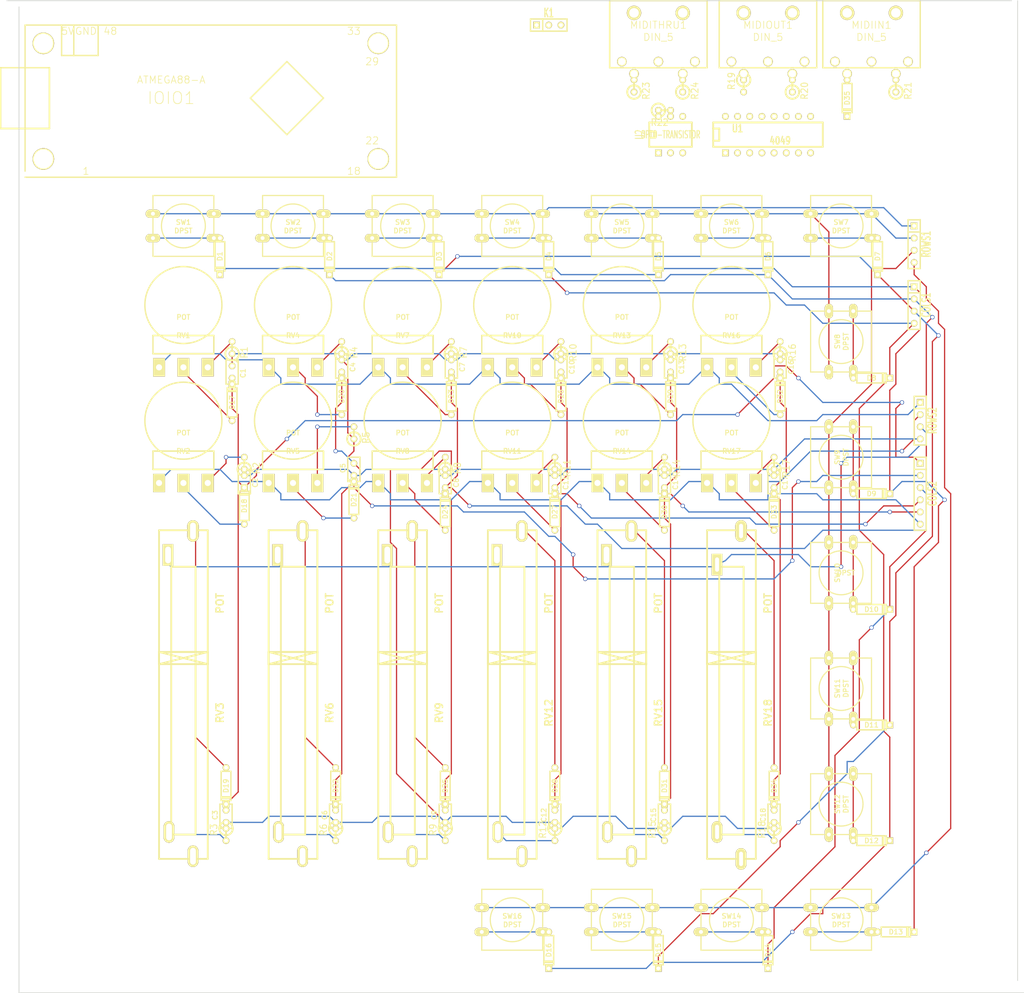
<source format=kicad_pcb>
(kicad_pcb (version 3) (host pcbnew "(2013-mar-25)-stable")
  (layers (15 F.Cu signal) (0 B.Cu signal) (18 B.Paste user) (19 F.Paste user) (20 B.SilkS user) (21 F.SilkS user) (22 B.Mask user) (23 F.Mask user) (28 Edge.Cuts user))
  (net 0 "")
  (net 1 /MIDIIN)
  (net 2 /MIDIOUT)
  (net 3 /a1)
  (net 4 /a2)
  (net 5 /a3)
  (net 6 /a4)
  (net 7 /c1)
  (net 8 /c2)
  (net 9 /c3)
  (net 10 /c4)
  (net 11 /col1)
  (net 12 /col2)
  (net 13 /col3)
  (net 14 /col4)
  (net 15 /col5)
  (net 16 /col6)
  (net 17 /row1)
  (net 18 /row2)
  (net 19 /row3)
  (net 20 GND)
  (net 21 N-0000010)
  (net 22 N-00000100)
  (net 23 N-00000101)
  (net 24 N-00000102)
  (net 25 N-00000103)
  (net 26 N-00000104)
  (net 27 N-00000105)
  (net 28 N-00000106)
  (net 29 N-00000107)
  (net 30 N-00000109)
  (net 31 N-0000011)
  (net 32 N-00000110)
  (net 33 N-00000117)
  (net 34 N-0000012)
  (net 35 N-0000015)
  (net 36 N-0000016)
  (net 37 N-0000017)
  (net 38 N-0000018)
  (net 39 N-0000019)
  (net 40 N-0000020)
  (net 41 N-0000021)
  (net 42 N-0000022)
  (net 43 N-0000023)
  (net 44 N-0000024)
  (net 45 N-0000025)
  (net 46 N-0000026)
  (net 47 N-0000027)
  (net 48 N-0000028)
  (net 49 N-0000029)
  (net 50 N-0000030)
  (net 51 N-0000031)
  (net 52 N-0000032)
  (net 53 N-0000033)
  (net 54 N-0000034)
  (net 55 N-0000035)
  (net 56 N-0000036)
  (net 57 N-0000037)
  (net 58 N-0000038)
  (net 59 N-0000039)
  (net 60 N-0000040)
  (net 61 N-0000041)
  (net 62 N-0000042)
  (net 63 N-0000043)
  (net 64 N-0000044)
  (net 65 N-0000045)
  (net 66 N-0000046)
  (net 67 N-0000050)
  (net 68 N-0000051)
  (net 69 N-0000052)
  (net 70 N-0000053)
  (net 71 N-0000066)
  (net 72 N-000007)
  (net 73 N-000008)
  (net 74 N-000009)
  (net 75 N-0000091)
  (net 76 N-0000092)
  (net 77 N-0000093)
  (net 78 N-0000094)
  (net 79 N-0000095)
  (net 80 N-0000096)
  (net 81 N-0000097)
  (net 82 N-0000098)
  (net 83 N-0000099)
  (net 84 VCC)
  (module SW_PUSH-12mm (layer F.Cu) (at 161.29 138.43 90)
    (fp_text reference SW9 (at 0 -0.762 90) (layer F.SilkS) (effects (font (size 1.016 1.016) (thickness 0.2032))))
    (fp_text value DPST (at 0 1.016 90) (layer F.SilkS) (effects (font (size 1.016 1.016) (thickness 0.2032))))
    (pad 1 thru_hole oval (at 6.35 -2.54 90) (size 3.048 1.7272) (drill 0.8128) (layers *.Cu *.Mask F.SilkS) (net 5 /a3))
    (pad 2 thru_hole oval (at 6.35 2.54 90) (size 3.048 1.7272) (drill 0.8128) (layers *.Cu *.Mask F.SilkS) (net 46 N-0000026))
    (pad 1 thru_hole oval (at -6.35 -2.54 90) (size 3.048 1.7272) (drill 0.8128) (layers *.Cu *.Mask F.SilkS) (net 5 /a3))
    (pad 2 thru_hole oval (at -6.35 2.54 90) (size 3.048 1.7272) (drill 0.8128) (layers *.Cu *.Mask F.SilkS) (net 46 N-0000026))
  )
  (module SW_PUSH-12mm (layer F.Cu) (at 161.29 114.3 90)
    (fp_text reference SW8 (at 0 -0.762 90) (layer F.SilkS) (effects (font (size 1.016 1.016) (thickness 0.2032))))
    (fp_text value DPST (at 0 1.016 90) (layer F.SilkS) (effects (font (size 1.016 1.016) (thickness 0.2032))))
    (pad 1 thru_hole oval (at 6.35 -2.54 90) (size 3.048 1.7272) (drill 0.8128) (layers *.Cu *.Mask F.SilkS) (net 4 /a2))
    (pad 2 thru_hole oval (at 6.35 2.54 90) (size 3.048 1.7272) (drill 0.8128) (layers *.Cu *.Mask F.SilkS) (net 47 N-0000027))
    (pad 1 thru_hole oval (at -6.35 -2.54 90) (size 3.048 1.7272) (drill 0.8128) (layers *.Cu *.Mask F.SilkS) (net 4 /a2))
    (pad 2 thru_hole oval (at -6.35 2.54 90) (size 3.048 1.7272) (drill 0.8128) (layers *.Cu *.Mask F.SilkS) (net 47 N-0000027))
  )
  (module SW_PUSH-12mm (layer F.Cu) (at 24.13 90.17)
    (fp_text reference SW1 (at 0 -0.762) (layer F.SilkS) (effects (font (size 1.016 1.016) (thickness 0.2032))))
    (fp_text value DPST (at 0 1.016) (layer F.SilkS) (effects (font (size 1.016 1.016) (thickness 0.2032))))
    (pad 1 thru_hole oval (at 6.35 -2.54) (size 3.048 1.7272) (drill 0.8128) (layers *.Cu *.Mask F.SilkS) (net 3 /a1))
    (pad 2 thru_hole oval (at 6.35 2.54) (size 3.048 1.7272) (drill 0.8128) (layers *.Cu *.Mask F.SilkS) (net 54 N-0000034))
    (pad 1 thru_hole oval (at -6.35 -2.54) (size 3.048 1.7272) (drill 0.8128) (layers *.Cu *.Mask F.SilkS) (net 3 /a1))
    (pad 2 thru_hole oval (at -6.35 2.54) (size 3.048 1.7272) (drill 0.8128) (layers *.Cu *.Mask F.SilkS) (net 54 N-0000034))
  )
  (module SW_PUSH-12mm (layer F.Cu) (at 46.99 90.17)
    (fp_text reference SW2 (at 0 -0.762) (layer F.SilkS) (effects (font (size 1.016 1.016) (thickness 0.2032))))
    (fp_text value DPST (at 0 1.016) (layer F.SilkS) (effects (font (size 1.016 1.016) (thickness 0.2032))))
    (pad 1 thru_hole oval (at 6.35 -2.54) (size 3.048 1.7272) (drill 0.8128) (layers *.Cu *.Mask F.SilkS) (net 3 /a1))
    (pad 2 thru_hole oval (at 6.35 2.54) (size 3.048 1.7272) (drill 0.8128) (layers *.Cu *.Mask F.SilkS) (net 53 N-0000033))
    (pad 1 thru_hole oval (at -6.35 -2.54) (size 3.048 1.7272) (drill 0.8128) (layers *.Cu *.Mask F.SilkS) (net 3 /a1))
    (pad 2 thru_hole oval (at -6.35 2.54) (size 3.048 1.7272) (drill 0.8128) (layers *.Cu *.Mask F.SilkS) (net 53 N-0000033))
  )
  (module SW_PUSH-12mm (layer F.Cu) (at 69.85 90.17)
    (fp_text reference SW3 (at 0 -0.762) (layer F.SilkS) (effects (font (size 1.016 1.016) (thickness 0.2032))))
    (fp_text value DPST (at 0 1.016) (layer F.SilkS) (effects (font (size 1.016 1.016) (thickness 0.2032))))
    (pad 1 thru_hole oval (at 6.35 -2.54) (size 3.048 1.7272) (drill 0.8128) (layers *.Cu *.Mask F.SilkS) (net 3 /a1))
    (pad 2 thru_hole oval (at 6.35 2.54) (size 3.048 1.7272) (drill 0.8128) (layers *.Cu *.Mask F.SilkS) (net 52 N-0000032))
    (pad 1 thru_hole oval (at -6.35 -2.54) (size 3.048 1.7272) (drill 0.8128) (layers *.Cu *.Mask F.SilkS) (net 3 /a1))
    (pad 2 thru_hole oval (at -6.35 2.54) (size 3.048 1.7272) (drill 0.8128) (layers *.Cu *.Mask F.SilkS) (net 52 N-0000032))
  )
  (module SW_PUSH-12mm (layer F.Cu) (at 92.71 90.17)
    (fp_text reference SW4 (at 0 -0.762) (layer F.SilkS) (effects (font (size 1.016 1.016) (thickness 0.2032))))
    (fp_text value DPST (at 0 1.016) (layer F.SilkS) (effects (font (size 1.016 1.016) (thickness 0.2032))))
    (pad 1 thru_hole oval (at 6.35 -2.54) (size 3.048 1.7272) (drill 0.8128) (layers *.Cu *.Mask F.SilkS) (net 3 /a1))
    (pad 2 thru_hole oval (at 6.35 2.54) (size 3.048 1.7272) (drill 0.8128) (layers *.Cu *.Mask F.SilkS) (net 51 N-0000031))
    (pad 1 thru_hole oval (at -6.35 -2.54) (size 3.048 1.7272) (drill 0.8128) (layers *.Cu *.Mask F.SilkS) (net 3 /a1))
    (pad 2 thru_hole oval (at -6.35 2.54) (size 3.048 1.7272) (drill 0.8128) (layers *.Cu *.Mask F.SilkS) (net 51 N-0000031))
  )
  (module SW_PUSH-12mm (layer F.Cu) (at 161.29 90.17)
    (fp_text reference SW7 (at 0 -0.762) (layer F.SilkS) (effects (font (size 1.016 1.016) (thickness 0.2032))))
    (fp_text value DPST (at 0 1.016) (layer F.SilkS) (effects (font (size 1.016 1.016) (thickness 0.2032))))
    (pad 1 thru_hole oval (at 6.35 -2.54) (size 3.048 1.7272) (drill 0.8128) (layers *.Cu *.Mask F.SilkS) (net 4 /a2))
    (pad 2 thru_hole oval (at 6.35 2.54) (size 3.048 1.7272) (drill 0.8128) (layers *.Cu *.Mask F.SilkS) (net 48 N-0000028))
    (pad 1 thru_hole oval (at -6.35 -2.54) (size 3.048 1.7272) (drill 0.8128) (layers *.Cu *.Mask F.SilkS) (net 4 /a2))
    (pad 2 thru_hole oval (at -6.35 2.54) (size 3.048 1.7272) (drill 0.8128) (layers *.Cu *.Mask F.SilkS) (net 48 N-0000028))
  )
  (module SW_PUSH-12mm (layer F.Cu) (at 138.43 90.17)
    (fp_text reference SW6 (at 0 -0.762) (layer F.SilkS) (effects (font (size 1.016 1.016) (thickness 0.2032))))
    (fp_text value DPST (at 0 1.016) (layer F.SilkS) (effects (font (size 1.016 1.016) (thickness 0.2032))))
    (pad 1 thru_hole oval (at 6.35 -2.54) (size 3.048 1.7272) (drill 0.8128) (layers *.Cu *.Mask F.SilkS) (net 4 /a2))
    (pad 2 thru_hole oval (at 6.35 2.54) (size 3.048 1.7272) (drill 0.8128) (layers *.Cu *.Mask F.SilkS) (net 49 N-0000029))
    (pad 1 thru_hole oval (at -6.35 -2.54) (size 3.048 1.7272) (drill 0.8128) (layers *.Cu *.Mask F.SilkS) (net 4 /a2))
    (pad 2 thru_hole oval (at -6.35 2.54) (size 3.048 1.7272) (drill 0.8128) (layers *.Cu *.Mask F.SilkS) (net 49 N-0000029))
  )
  (module SW_PUSH-12mm (layer F.Cu) (at 161.29 162.56 90)
    (fp_text reference SW10 (at 0 -0.762 90) (layer F.SilkS) (effects (font (size 1.016 1.016) (thickness 0.2032))))
    (fp_text value DPST (at 0 1.016 180) (layer F.SilkS) (effects (font (size 1.016 1.016) (thickness 0.2032))))
    (pad 1 thru_hole oval (at 6.35 -2.54 90) (size 3.048 1.7272) (drill 0.8128) (layers *.Cu *.Mask F.SilkS) (net 5 /a3))
    (pad 2 thru_hole oval (at 6.35 2.54 90) (size 3.048 1.7272) (drill 0.8128) (layers *.Cu *.Mask F.SilkS) (net 45 N-0000025))
    (pad 1 thru_hole oval (at -6.35 -2.54 90) (size 3.048 1.7272) (drill 0.8128) (layers *.Cu *.Mask F.SilkS) (net 5 /a3))
    (pad 2 thru_hole oval (at -6.35 2.54 90) (size 3.048 1.7272) (drill 0.8128) (layers *.Cu *.Mask F.SilkS) (net 45 N-0000025))
  )
  (module SW_PUSH-12mm (layer F.Cu) (at 92.71 234.95)
    (fp_text reference SW16 (at 0 -0.762) (layer F.SilkS) (effects (font (size 1.016 1.016) (thickness 0.2032))))
    (fp_text value DPST (at 0 1.016) (layer F.SilkS) (effects (font (size 1.016 1.016) (thickness 0.2032))))
    (pad 1 thru_hole oval (at 6.35 -2.54) (size 3.048 1.7272) (drill 0.8128) (layers *.Cu *.Mask F.SilkS) (net 6 /a4))
    (pad 2 thru_hole oval (at 6.35 2.54) (size 3.048 1.7272) (drill 0.8128) (layers *.Cu *.Mask F.SilkS) (net 39 N-0000019))
    (pad 1 thru_hole oval (at -6.35 -2.54) (size 3.048 1.7272) (drill 0.8128) (layers *.Cu *.Mask F.SilkS) (net 6 /a4))
    (pad 2 thru_hole oval (at -6.35 2.54) (size 3.048 1.7272) (drill 0.8128) (layers *.Cu *.Mask F.SilkS) (net 39 N-0000019))
  )
  (module SW_PUSH-12mm (layer F.Cu) (at 115.57 90.17)
    (fp_text reference SW5 (at 0 -0.762) (layer F.SilkS) (effects (font (size 1.016 1.016) (thickness 0.2032))))
    (fp_text value DPST (at 0 1.016) (layer F.SilkS) (effects (font (size 1.016 1.016) (thickness 0.2032))))
    (pad 1 thru_hole oval (at 6.35 -2.54) (size 3.048 1.7272) (drill 0.8128) (layers *.Cu *.Mask F.SilkS) (net 4 /a2))
    (pad 2 thru_hole oval (at 6.35 2.54) (size 3.048 1.7272) (drill 0.8128) (layers *.Cu *.Mask F.SilkS) (net 50 N-0000030))
    (pad 1 thru_hole oval (at -6.35 -2.54) (size 3.048 1.7272) (drill 0.8128) (layers *.Cu *.Mask F.SilkS) (net 4 /a2))
    (pad 2 thru_hole oval (at -6.35 2.54) (size 3.048 1.7272) (drill 0.8128) (layers *.Cu *.Mask F.SilkS) (net 50 N-0000030))
  )
  (module SW_PUSH-12mm (layer F.Cu) (at 138.43 234.95)
    (fp_text reference SW14 (at 0 -0.762) (layer F.SilkS) (effects (font (size 1.016 1.016) (thickness 0.2032))))
    (fp_text value DPST (at 0 1.016) (layer F.SilkS) (effects (font (size 1.016 1.016) (thickness 0.2032))))
    (pad 1 thru_hole oval (at 6.35 -2.54) (size 3.048 1.7272) (drill 0.8128) (layers *.Cu *.Mask F.SilkS) (net 6 /a4))
    (pad 2 thru_hole oval (at 6.35 2.54) (size 3.048 1.7272) (drill 0.8128) (layers *.Cu *.Mask F.SilkS) (net 41 N-0000021))
    (pad 1 thru_hole oval (at -6.35 -2.54) (size 3.048 1.7272) (drill 0.8128) (layers *.Cu *.Mask F.SilkS) (net 6 /a4))
    (pad 2 thru_hole oval (at -6.35 2.54) (size 3.048 1.7272) (drill 0.8128) (layers *.Cu *.Mask F.SilkS) (net 41 N-0000021))
  )
  (module SW_PUSH-12mm (layer F.Cu) (at 161.29 186.69 90)
    (fp_text reference SW11 (at 0 -0.762 90) (layer F.SilkS) (effects (font (size 1.016 1.016) (thickness 0.2032))))
    (fp_text value DPST (at 0 1.016 90) (layer F.SilkS) (effects (font (size 1.016 1.016) (thickness 0.2032))))
    (pad 1 thru_hole oval (at 6.35 -2.54 90) (size 3.048 1.7272) (drill 0.8128) (layers *.Cu *.Mask F.SilkS) (net 5 /a3))
    (pad 2 thru_hole oval (at 6.35 2.54 90) (size 3.048 1.7272) (drill 0.8128) (layers *.Cu *.Mask F.SilkS) (net 44 N-0000024))
    (pad 1 thru_hole oval (at -6.35 -2.54 90) (size 3.048 1.7272) (drill 0.8128) (layers *.Cu *.Mask F.SilkS) (net 5 /a3))
    (pad 2 thru_hole oval (at -6.35 2.54 90) (size 3.048 1.7272) (drill 0.8128) (layers *.Cu *.Mask F.SilkS) (net 44 N-0000024))
  )
  (module SW_PUSH-12mm (layer F.Cu) (at 161.29 234.95)
    (fp_text reference SW13 (at 0 -0.762) (layer F.SilkS) (effects (font (size 1.016 1.016) (thickness 0.2032))))
    (fp_text value DPST (at 0 1.016) (layer F.SilkS) (effects (font (size 1.016 1.016) (thickness 0.2032))))
    (pad 1 thru_hole oval (at 6.35 -2.54) (size 3.048 1.7272) (drill 0.8128) (layers *.Cu *.Mask F.SilkS) (net 6 /a4))
    (pad 2 thru_hole oval (at 6.35 2.54) (size 3.048 1.7272) (drill 0.8128) (layers *.Cu *.Mask F.SilkS) (net 42 N-0000022))
    (pad 1 thru_hole oval (at -6.35 -2.54) (size 3.048 1.7272) (drill 0.8128) (layers *.Cu *.Mask F.SilkS) (net 6 /a4))
    (pad 2 thru_hole oval (at -6.35 2.54) (size 3.048 1.7272) (drill 0.8128) (layers *.Cu *.Mask F.SilkS) (net 42 N-0000022))
  )
  (module SW_PUSH-12mm (layer F.Cu) (at 115.57 234.95)
    (fp_text reference SW15 (at 0 -0.762) (layer F.SilkS) (effects (font (size 1.016 1.016) (thickness 0.2032))))
    (fp_text value DPST (at 0 1.016) (layer F.SilkS) (effects (font (size 1.016 1.016) (thickness 0.2032))))
    (pad 1 thru_hole oval (at 6.35 -2.54) (size 3.048 1.7272) (drill 0.8128) (layers *.Cu *.Mask F.SilkS) (net 6 /a4))
    (pad 2 thru_hole oval (at 6.35 2.54) (size 3.048 1.7272) (drill 0.8128) (layers *.Cu *.Mask F.SilkS) (net 40 N-0000020))
    (pad 1 thru_hole oval (at -6.35 -2.54) (size 3.048 1.7272) (drill 0.8128) (layers *.Cu *.Mask F.SilkS) (net 6 /a4))
    (pad 2 thru_hole oval (at -6.35 2.54) (size 3.048 1.7272) (drill 0.8128) (layers *.Cu *.Mask F.SilkS) (net 40 N-0000020))
  )
  (module SW_PUSH-12mm (layer F.Cu) (at 161.29 210.82 90)
    (fp_text reference SW12 (at 0 -0.762 90) (layer F.SilkS) (effects (font (size 1.016 1.016) (thickness 0.2032))))
    (fp_text value DPST (at 0 1.016 90) (layer F.SilkS) (effects (font (size 1.016 1.016) (thickness 0.2032))))
    (pad 1 thru_hole oval (at 6.35 -2.54 90) (size 3.048 1.7272) (drill 0.8128) (layers *.Cu *.Mask F.SilkS) (net 5 /a3))
    (pad 2 thru_hole oval (at 6.35 2.54 90) (size 3.048 1.7272) (drill 0.8128) (layers *.Cu *.Mask F.SilkS) (net 43 N-0000023))
    (pad 1 thru_hole oval (at -6.35 -2.54 90) (size 3.048 1.7272) (drill 0.8128) (layers *.Cu *.Mask F.SilkS) (net 5 /a3))
    (pad 2 thru_hole oval (at -6.35 2.54 90) (size 3.048 1.7272) (drill 0.8128) (layers *.Cu *.Mask F.SilkS) (net 43 N-0000023))
  )
  (module SIL-4 (layer F.Cu) (at 176.53 106.68 270)
    (fp_text reference COLS1 (at 0 -2.54 270) (layer F.SilkS) (effects (font (size 1.73482 1.08712) (thickness 0.3048))))
    (fp_text value CONN_4 hide)
    (pad 1 thru_hole rect (at -3.81 0 270) (size 1.397 1.397) (drill 0.8128) (layers *.Cu *.Mask F.SilkS) (net 7 /c1))
    (pad 2 thru_hole circle (at -1.27 0 270) (size 1.397 1.397) (drill 0.8128) (layers *.Cu *.Mask F.SilkS) (net 8 /c2))
    (pad 3 thru_hole circle (at 1.27 0 270) (size 1.397 1.397) (drill 0.8128) (layers *.Cu *.Mask F.SilkS) (net 9 /c3))
    (pad 4 thru_hole circle (at 3.81 0 270) (size 1.397 1.397) (drill 0.8128) (layers *.Cu *.Mask F.SilkS) (net 10 /c4))
  )
  (module SIL-4 (layer F.Cu) (at 176.53 93.98 270)
    (fp_text reference ROWS1 (at 0 -2.54 270) (layer F.SilkS) (effects (font (size 1.73482 1.08712) (thickness 0.3048))))
    (fp_text value CONN_4 hide)
    (pad 1 thru_hole rect (at -3.81 0 270) (size 1.397 1.397) (drill 0.8128) (layers *.Cu *.Mask F.SilkS) (net 3 /a1))
    (pad 2 thru_hole circle (at -1.27 0 270) (size 1.397 1.397) (drill 0.8128) (layers *.Cu *.Mask F.SilkS) (net 4 /a2))
    (pad 3 thru_hole circle (at 1.27 0 270) (size 1.397 1.397) (drill 0.8128) (layers *.Cu *.Mask F.SilkS) (net 5 /a3))
    (pad 4 thru_hole circle (at 3.81 0 270) (size 1.397 1.397) (drill 0.8128) (layers *.Cu *.Mask F.SilkS) (net 6 /a4))
  )
  (module D3 (layer F.Cu) (at 167.64 170.18)
    (fp_text reference D10 (at 0 0) (layer F.SilkS) (effects (font (size 1.016 1.016) (thickness 0.2032))))
    (fp_text value DIODE hide)
    (pad 2 thru_hole rect (at 3.81 0) (size 1.397 1.397) (drill 0.8128) (layers *.Cu *.Mask F.SilkS) (net 8 /c2))
    (pad 1 thru_hole circle (at -3.81 0) (size 1.397 1.397) (drill 0.8128) (layers *.Cu *.Mask F.SilkS) (net 45 N-0000025))
  )
  (module D3 (layer F.Cu) (at 167.64 218.44)
    (fp_text reference D12 (at 0 0) (layer F.SilkS) (effects (font (size 1.016 1.016) (thickness 0.2032))))
    (fp_text value DIODE hide)
    (pad 2 thru_hole rect (at 3.81 0) (size 1.397 1.397) (drill 0.8128) (layers *.Cu *.Mask F.SilkS) (net 10 /c4))
    (pad 1 thru_hole circle (at -3.81 0) (size 1.397 1.397) (drill 0.8128) (layers *.Cu *.Mask F.SilkS) (net 43 N-0000023))
  )
  (module D3 (layer F.Cu) (at 146.05 241.3 270)
    (fp_text reference D14 (at 0 0 270) (layer F.SilkS) (effects (font (size 1.016 1.016) (thickness 0.2032))))
    (fp_text value DIODE hide)
    (pad 2 thru_hole rect (at 3.81 0 270) (size 1.397 1.397) (drill 0.8128) (layers *.Cu *.Mask F.SilkS) (net 8 /c2))
    (pad 1 thru_hole circle (at -3.81 0 270) (size 1.397 1.397) (drill 0.8128) (layers *.Cu *.Mask F.SilkS) (net 41 N-0000021))
  )
  (module D3 (layer F.Cu) (at 100.33 241.3 270)
    (fp_text reference D16 (at 0 0 270) (layer F.SilkS) (effects (font (size 1.016 1.016) (thickness 0.2032))))
    (fp_text value DIODE hide)
    (pad 2 thru_hole rect (at 3.81 0 270) (size 1.397 1.397) (drill 0.8128) (layers *.Cu *.Mask F.SilkS) (net 10 /c4))
    (pad 1 thru_hole circle (at -3.81 0 270) (size 1.397 1.397) (drill 0.8128) (layers *.Cu *.Mask F.SilkS) (net 39 N-0000019))
  )
  (module D3 (layer F.Cu) (at 167.64 146.05)
    (fp_text reference D9 (at 0 0) (layer F.SilkS) (effects (font (size 1.016 1.016) (thickness 0.2032))))
    (fp_text value DIODE hide)
    (pad 2 thru_hole rect (at 3.81 0) (size 1.397 1.397) (drill 0.8128) (layers *.Cu *.Mask F.SilkS) (net 7 /c1))
    (pad 1 thru_hole circle (at -3.81 0) (size 1.397 1.397) (drill 0.8128) (layers *.Cu *.Mask F.SilkS) (net 46 N-0000026))
  )
  (module D3 (layer F.Cu) (at 167.64 121.92)
    (fp_text reference D8 (at 0 0) (layer F.SilkS) (effects (font (size 1.016 1.016) (thickness 0.2032))))
    (fp_text value DIODE hide)
    (pad 2 thru_hole rect (at 3.81 0) (size 1.397 1.397) (drill 0.8128) (layers *.Cu *.Mask F.SilkS) (net 10 /c4))
    (pad 1 thru_hole circle (at -3.81 0) (size 1.397 1.397) (drill 0.8128) (layers *.Cu *.Mask F.SilkS) (net 47 N-0000027))
  )
  (module D3 (layer F.Cu) (at 168.91 96.52 270)
    (fp_text reference D7 (at 0 0 270) (layer F.SilkS) (effects (font (size 1.016 1.016) (thickness 0.2032))))
    (fp_text value DIODE hide)
    (pad 2 thru_hole rect (at 3.81 0 270) (size 1.397 1.397) (drill 0.8128) (layers *.Cu *.Mask F.SilkS) (net 9 /c3))
    (pad 1 thru_hole circle (at -3.81 0 270) (size 1.397 1.397) (drill 0.8128) (layers *.Cu *.Mask F.SilkS) (net 48 N-0000028))
  )
  (module D3 (layer F.Cu) (at 146.05 96.52 270)
    (fp_text reference D6 (at 0 0 270) (layer F.SilkS) (effects (font (size 1.016 1.016) (thickness 0.2032))))
    (fp_text value DIODE hide)
    (pad 2 thru_hole rect (at 3.81 0 270) (size 1.397 1.397) (drill 0.8128) (layers *.Cu *.Mask F.SilkS) (net 8 /c2))
    (pad 1 thru_hole circle (at -3.81 0 270) (size 1.397 1.397) (drill 0.8128) (layers *.Cu *.Mask F.SilkS) (net 49 N-0000029))
  )
  (module D3 (layer F.Cu) (at 123.19 241.3 270)
    (fp_text reference D15 (at 0 0 270) (layer F.SilkS) (effects (font (size 1.016 1.016) (thickness 0.2032))))
    (fp_text value DIODE hide)
    (pad 2 thru_hole rect (at 3.81 0 270) (size 1.397 1.397) (drill 0.8128) (layers *.Cu *.Mask F.SilkS) (net 9 /c3))
    (pad 1 thru_hole circle (at -3.81 0 270) (size 1.397 1.397) (drill 0.8128) (layers *.Cu *.Mask F.SilkS) (net 40 N-0000020))
  )
  (module D3 (layer F.Cu) (at 172.72 237.49)
    (fp_text reference D13 (at 0 0) (layer F.SilkS) (effects (font (size 1.016 1.016) (thickness 0.2032))))
    (fp_text value DIODE hide)
    (pad 2 thru_hole rect (at 3.81 0) (size 1.397 1.397) (drill 0.8128) (layers *.Cu *.Mask F.SilkS) (net 7 /c1))
    (pad 1 thru_hole circle (at -3.81 0) (size 1.397 1.397) (drill 0.8128) (layers *.Cu *.Mask F.SilkS) (net 42 N-0000022))
  )
  (module D3 (layer F.Cu) (at 167.64 194.31)
    (fp_text reference D11 (at 0 0) (layer F.SilkS) (effects (font (size 1.016 1.016) (thickness 0.2032))))
    (fp_text value DIODE hide)
    (pad 2 thru_hole rect (at 3.81 0) (size 1.397 1.397) (drill 0.8128) (layers *.Cu *.Mask F.SilkS) (net 9 /c3))
    (pad 1 thru_hole circle (at -3.81 0) (size 1.397 1.397) (drill 0.8128) (layers *.Cu *.Mask F.SilkS) (net 44 N-0000024))
  )
  (module D3 (layer F.Cu) (at 123.19 96.52 270)
    (fp_text reference D5 (at 0 0 270) (layer F.SilkS) (effects (font (size 1.016 1.016) (thickness 0.2032))))
    (fp_text value DIODE hide)
    (pad 2 thru_hole rect (at 3.81 0 270) (size 1.397 1.397) (drill 0.8128) (layers *.Cu *.Mask F.SilkS) (net 7 /c1))
    (pad 1 thru_hole circle (at -3.81 0 270) (size 1.397 1.397) (drill 0.8128) (layers *.Cu *.Mask F.SilkS) (net 50 N-0000030))
  )
  (module D3 (layer F.Cu) (at 100.33 96.52 270)
    (fp_text reference D4 (at 0 0 270) (layer F.SilkS) (effects (font (size 1.016 1.016) (thickness 0.2032))))
    (fp_text value DIODE hide)
    (pad 2 thru_hole rect (at 3.81 0 270) (size 1.397 1.397) (drill 0.8128) (layers *.Cu *.Mask F.SilkS) (net 10 /c4))
    (pad 1 thru_hole circle (at -3.81 0 270) (size 1.397 1.397) (drill 0.8128) (layers *.Cu *.Mask F.SilkS) (net 51 N-0000031))
  )
  (module D3 (layer F.Cu) (at 77.47 96.52 270)
    (fp_text reference D3 (at 0 0 270) (layer F.SilkS) (effects (font (size 1.016 1.016) (thickness 0.2032))))
    (fp_text value DIODE hide)
    (pad 2 thru_hole rect (at 3.81 0 270) (size 1.397 1.397) (drill 0.8128) (layers *.Cu *.Mask F.SilkS) (net 9 /c3))
    (pad 1 thru_hole circle (at -3.81 0 270) (size 1.397 1.397) (drill 0.8128) (layers *.Cu *.Mask F.SilkS) (net 52 N-0000032))
  )
  (module D3 (layer F.Cu) (at 54.61 96.52 270)
    (fp_text reference D2 (at 0 0 270) (layer F.SilkS) (effects (font (size 1.016 1.016) (thickness 0.2032))))
    (fp_text value DIODE hide)
    (pad 2 thru_hole rect (at 3.81 0 270) (size 1.397 1.397) (drill 0.8128) (layers *.Cu *.Mask F.SilkS) (net 8 /c2))
    (pad 1 thru_hole circle (at -3.81 0 270) (size 1.397 1.397) (drill 0.8128) (layers *.Cu *.Mask F.SilkS) (net 53 N-0000033))
  )
  (module D3 (layer F.Cu) (at 31.75 96.52 270)
    (fp_text reference D1 (at 0 0 270) (layer F.SilkS) (effects (font (size 1.016 1.016) (thickness 0.2032))))
    (fp_text value DIODE hide)
    (pad 2 thru_hole rect (at 3.81 0 270) (size 1.397 1.397) (drill 0.8128) (layers *.Cu *.Mask F.SilkS) (net 7 /c1))
    (pad 1 thru_hole circle (at -3.81 0 270) (size 1.397 1.397) (drill 0.8128) (layers *.Cu *.Mask F.SilkS) (net 54 N-0000034))
  )
  (module SIL-6 (layer F.Cu) (at 177.8 146.05 270)
    (fp_text reference COLS2 (at 0 -2.54 270) (layer F.SilkS) (effects (font (size 1.72974 1.08712) (thickness 0.3048))))
    (fp_text value CONN_6 hide)
    (pad 1 thru_hole rect (at -6.35 0 270) (size 1.397 1.397) (drill 0.8128) (layers *.Cu *.Mask F.SilkS) (net 11 /col1))
    (pad 2 thru_hole circle (at -3.81 0 270) (size 1.397 1.397) (drill 0.8128) (layers *.Cu *.Mask F.SilkS) (net 12 /col2))
    (pad 3 thru_hole circle (at -1.27 0 270) (size 1.397 1.397) (drill 0.8128) (layers *.Cu *.Mask F.SilkS) (net 13 /col3))
    (pad 4 thru_hole circle (at 1.27 0 270) (size 1.397 1.397) (drill 0.8128) (layers *.Cu *.Mask F.SilkS) (net 14 /col4))
    (pad 5 thru_hole circle (at 3.81 0 270) (size 1.397 1.397) (drill 0.8128) (layers *.Cu *.Mask F.SilkS) (net 15 /col5))
    (pad 6 thru_hole circle (at 6.35 0 270) (size 1.397 1.397) (drill 0.8128) (layers *.Cu *.Mask F.SilkS) (net 16 /col6))
  )
  (module SIL-4 (layer F.Cu) (at 177.8 130.81 270)
    (fp_text reference ROWS2 (at 0 -2.54 270) (layer F.SilkS) (effects (font (size 1.73482 1.08712) (thickness 0.3048))))
    (fp_text value CONN_4 hide)
    (pad 1 thru_hole rect (at -3.81 0 270) (size 1.397 1.397) (drill 0.8128) (layers *.Cu *.Mask F.SilkS) (net 17 /row1))
    (pad 2 thru_hole circle (at -1.27 0 270) (size 1.397 1.397) (drill 0.8128) (layers *.Cu *.Mask F.SilkS) (net 18 /row2))
    (pad 3 thru_hole circle (at 1.27 0 270) (size 1.397 1.397) (drill 0.8128) (layers *.Cu *.Mask F.SilkS) (net 19 /row3))
    (pad 4 thru_hole circle (at 3.81 0 270) (size 1.397 1.397) (drill 0.8128) (layers *.Cu *.Mask F.SilkS) (net 20 GND))
  )
  (module D3 (layer F.Cu) (at 147.32 207.01 270)
    (fp_text reference D34 (at 0 0 270) (layer F.SilkS) (effects (font (size 1.016 1.016) (thickness 0.2032))))
    (fp_text value DIODE hide)
    (pad 2 thru_hole rect (at 3.81 0 270) (size 1.397 1.397) (drill 0.8128) (layers *.Cu *.Mask F.SilkS) (net 16 /col6))
    (pad 1 thru_hole circle (at -3.81 0 270) (size 1.397 1.397) (drill 0.8128) (layers *.Cu *.Mask F.SilkS) (net 80 N-0000096))
  )
  (module D3 (layer F.Cu) (at 124.46 207.01 270)
    (fp_text reference D31 (at 0 0 270) (layer F.SilkS) (effects (font (size 1.016 1.016) (thickness 0.2032))))
    (fp_text value DIODE hide)
    (pad 2 thru_hole rect (at 3.81 0 270) (size 1.397 1.397) (drill 0.8128) (layers *.Cu *.Mask F.SilkS) (net 15 /col5))
    (pad 1 thru_hole circle (at -3.81 0 270) (size 1.397 1.397) (drill 0.8128) (layers *.Cu *.Mask F.SilkS) (net 79 N-0000095))
  )
  (module D3 (layer F.Cu) (at 101.6 207.01 270)
    (fp_text reference D28 (at 0 0 270) (layer F.SilkS) (effects (font (size 1.016 1.016) (thickness 0.2032))))
    (fp_text value DIODE hide)
    (pad 2 thru_hole rect (at 3.81 0 270) (size 1.397 1.397) (drill 0.8128) (layers *.Cu *.Mask F.SilkS) (net 14 /col4))
    (pad 1 thru_hole circle (at -3.81 0 270) (size 1.397 1.397) (drill 0.8128) (layers *.Cu *.Mask F.SilkS) (net 78 N-0000094))
  )
  (module D3 (layer F.Cu) (at 78.74 207.01 270)
    (fp_text reference D25 (at 0 0 270) (layer F.SilkS) (effects (font (size 1.016 1.016) (thickness 0.2032))))
    (fp_text value DIODE hide)
    (pad 2 thru_hole rect (at 3.81 0 270) (size 1.397 1.397) (drill 0.8128) (layers *.Cu *.Mask F.SilkS) (net 13 /col3))
    (pad 1 thru_hole circle (at -3.81 0 270) (size 1.397 1.397) (drill 0.8128) (layers *.Cu *.Mask F.SilkS) (net 77 N-0000093))
  )
  (module D3 (layer F.Cu) (at 55.88 207.01 270)
    (fp_text reference D22 (at 0 0 270) (layer F.SilkS) (effects (font (size 1.016 1.016) (thickness 0.2032))))
    (fp_text value DIODE hide)
    (pad 2 thru_hole rect (at 3.81 0 270) (size 1.397 1.397) (drill 0.8128) (layers *.Cu *.Mask F.SilkS) (net 12 /col2))
    (pad 1 thru_hole circle (at -3.81 0 270) (size 1.397 1.397) (drill 0.8128) (layers *.Cu *.Mask F.SilkS) (net 76 N-0000092))
  )
  (module D3 (layer F.Cu) (at 33.02 207.01 270)
    (fp_text reference D19 (at 0 0 270) (layer F.SilkS) (effects (font (size 1.016 1.016) (thickness 0.2032))))
    (fp_text value DIODE hide)
    (pad 2 thru_hole rect (at 3.81 0 270) (size 1.397 1.397) (drill 0.8128) (layers *.Cu *.Mask F.SilkS) (net 11 /col1))
    (pad 1 thru_hole circle (at -3.81 0 270) (size 1.397 1.397) (drill 0.8128) (layers *.Cu *.Mask F.SilkS) (net 75 N-0000091))
  )
  (module D3 (layer F.Cu) (at 34.29 127 90)
    (fp_text reference D17 (at 0 0 90) (layer F.SilkS) (effects (font (size 1.016 1.016) (thickness 0.2032))))
    (fp_text value DIODE hide)
    (pad 2 thru_hole rect (at 3.81 0 90) (size 1.397 1.397) (drill 0.8128) (layers *.Cu *.Mask F.SilkS) (net 11 /col1))
    (pad 1 thru_hole circle (at -3.81 0 90) (size 1.397 1.397) (drill 0.8128) (layers *.Cu *.Mask F.SilkS) (net 72 N-000007))
  )
  (module D3 (layer F.Cu) (at 147.32 149.86 90)
    (fp_text reference D33 (at 0 0 90) (layer F.SilkS) (effects (font (size 1.016 1.016) (thickness 0.2032))))
    (fp_text value DIODE hide)
    (pad 2 thru_hole rect (at 3.81 0 90) (size 1.397 1.397) (drill 0.8128) (layers *.Cu *.Mask F.SilkS) (net 16 /col6))
    (pad 1 thru_hole circle (at -3.81 0 90) (size 1.397 1.397) (drill 0.8128) (layers *.Cu *.Mask F.SilkS) (net 60 N-0000040))
  )
  (module D3 (layer F.Cu) (at 124.46 149.86 90)
    (fp_text reference D30 (at 0 0 90) (layer F.SilkS) (effects (font (size 1.016 1.016) (thickness 0.2032))))
    (fp_text value DIODE hide)
    (pad 2 thru_hole rect (at 3.81 0 90) (size 1.397 1.397) (drill 0.8128) (layers *.Cu *.Mask F.SilkS) (net 15 /col5))
    (pad 1 thru_hole circle (at -3.81 0 90) (size 1.397 1.397) (drill 0.8128) (layers *.Cu *.Mask F.SilkS) (net 59 N-0000039))
  )
  (module D3 (layer F.Cu) (at 101.6 149.86 90)
    (fp_text reference D27 (at 0 0 90) (layer F.SilkS) (effects (font (size 1.016 1.016) (thickness 0.2032))))
    (fp_text value DIODE hide)
    (pad 2 thru_hole rect (at 3.81 0 90) (size 1.397 1.397) (drill 0.8128) (layers *.Cu *.Mask F.SilkS) (net 14 /col4))
    (pad 1 thru_hole circle (at -3.81 0 90) (size 1.397 1.397) (drill 0.8128) (layers *.Cu *.Mask F.SilkS) (net 58 N-0000038))
  )
  (module D3 (layer F.Cu) (at 78.74 149.86 90)
    (fp_text reference D24 (at 0 0 90) (layer F.SilkS) (effects (font (size 1.016 1.016) (thickness 0.2032))))
    (fp_text value DIODE hide)
    (pad 2 thru_hole rect (at 3.81 0 90) (size 1.397 1.397) (drill 0.8128) (layers *.Cu *.Mask F.SilkS) (net 13 /col3))
    (pad 1 thru_hole circle (at -3.81 0 90) (size 1.397 1.397) (drill 0.8128) (layers *.Cu *.Mask F.SilkS) (net 57 N-0000037))
  )
  (module D3 (layer F.Cu) (at 125.73 125.73 90)
    (fp_text reference D29 (at 0 0 90) (layer F.SilkS) (effects (font (size 1.016 1.016) (thickness 0.2032))))
    (fp_text value DIODE hide)
    (pad 2 thru_hole rect (at 3.81 0 90) (size 1.397 1.397) (drill 0.8128) (layers *.Cu *.Mask F.SilkS) (net 15 /col5))
    (pad 1 thru_hole circle (at -3.81 0 90) (size 1.397 1.397) (drill 0.8128) (layers *.Cu *.Mask F.SilkS) (net 31 N-0000011))
  )
  (module D3 (layer F.Cu) (at 59.69 147.32 90)
    (fp_text reference D21 (at 0 0 90) (layer F.SilkS) (effects (font (size 1.016 1.016) (thickness 0.2032))))
    (fp_text value DIODE hide)
    (pad 2 thru_hole rect (at 3.81 0 90) (size 1.397 1.397) (drill 0.8128) (layers *.Cu *.Mask F.SilkS) (net 12 /col2))
    (pad 1 thru_hole circle (at -3.81 0 90) (size 1.397 1.397) (drill 0.8128) (layers *.Cu *.Mask F.SilkS) (net 56 N-0000036))
  )
  (module D3 (layer F.Cu) (at 148.59 125.73 90)
    (fp_text reference D32 (at 0 0 90) (layer F.SilkS) (effects (font (size 1.016 1.016) (thickness 0.2032))))
    (fp_text value DIODE hide)
    (pad 2 thru_hole rect (at 3.81 0 90) (size 1.397 1.397) (drill 0.8128) (layers *.Cu *.Mask F.SilkS) (net 16 /col6))
    (pad 1 thru_hole circle (at -3.81 0 90) (size 1.397 1.397) (drill 0.8128) (layers *.Cu *.Mask F.SilkS) (net 34 N-0000012))
  )
  (module D3 (layer F.Cu) (at 36.83 148.59 90)
    (fp_text reference D18 (at 0 0 90) (layer F.SilkS) (effects (font (size 1.016 1.016) (thickness 0.2032))))
    (fp_text value DIODE hide)
    (pad 2 thru_hole rect (at 3.81 0 90) (size 1.397 1.397) (drill 0.8128) (layers *.Cu *.Mask F.SilkS) (net 11 /col1))
    (pad 1 thru_hole circle (at -3.81 0 90) (size 1.397 1.397) (drill 0.8128) (layers *.Cu *.Mask F.SilkS) (net 55 N-0000035))
  )
  (module D3 (layer F.Cu) (at 102.87 125.73 90)
    (fp_text reference D26 (at 0 0 90) (layer F.SilkS) (effects (font (size 1.016 1.016) (thickness 0.2032))))
    (fp_text value DIODE hide)
    (pad 2 thru_hole rect (at 3.81 0 90) (size 1.397 1.397) (drill 0.8128) (layers *.Cu *.Mask F.SilkS) (net 14 /col4))
    (pad 1 thru_hole circle (at -3.81 0 90) (size 1.397 1.397) (drill 0.8128) (layers *.Cu *.Mask F.SilkS) (net 21 N-0000010))
  )
  (module D3 (layer F.Cu) (at 57.15 125.73 90)
    (fp_text reference D20 (at 0 0 90) (layer F.SilkS) (effects (font (size 1.016 1.016) (thickness 0.2032))))
    (fp_text value DIODE hide)
    (pad 2 thru_hole rect (at 3.81 0 90) (size 1.397 1.397) (drill 0.8128) (layers *.Cu *.Mask F.SilkS) (net 12 /col2))
    (pad 1 thru_hole circle (at -3.81 0 90) (size 1.397 1.397) (drill 0.8128) (layers *.Cu *.Mask F.SilkS) (net 73 N-000008))
  )
  (module D3 (layer F.Cu) (at 80.01 125.73 90)
    (fp_text reference D23 (at 0 0 90) (layer F.SilkS) (effects (font (size 1.016 1.016) (thickness 0.2032))))
    (fp_text value DIODE hide)
    (pad 2 thru_hole rect (at 3.81 0 90) (size 1.397 1.397) (drill 0.8128) (layers *.Cu *.Mask F.SilkS) (net 13 /col3))
    (pad 1 thru_hole circle (at -3.81 0 90) (size 1.397 1.397) (drill 0.8128) (layers *.Cu *.Mask F.SilkS) (net 74 N-000009))
  )
  (module C1 (layer F.Cu) (at 125.73 119.38 270)
    (fp_text reference C13 (at 0.254 -2.286 270) (layer F.SilkS) (effects (font (size 1.016 1.016) (thickness 0.2032))))
    (fp_text value C hide)
    (pad 1 thru_hole circle (at -1.27 0 270) (size 1.397 1.397) (drill 0.8128) (layers *.Cu *.Mask F.SilkS) (net 20 GND))
    (pad 2 thru_hole circle (at 1.27 0 270) (size 1.397 1.397) (drill 0.8128) (layers *.Cu *.Mask F.SilkS) (net 15 /col5))
  )
  (module C1 (layer F.Cu) (at 148.59 119.38 270)
    (fp_text reference C16 (at 0.254 -2.286 270) (layer F.SilkS) (effects (font (size 1.016 1.016) (thickness 0.2032))))
    (fp_text value C hide)
    (pad 1 thru_hole circle (at -1.27 0 270) (size 1.397 1.397) (drill 0.8128) (layers *.Cu *.Mask F.SilkS) (net 20 GND))
    (pad 2 thru_hole circle (at 1.27 0 270) (size 1.397 1.397) (drill 0.8128) (layers *.Cu *.Mask F.SilkS) (net 16 /col6))
  )
  (module C1 (layer F.Cu) (at 147.32 213.36 90)
    (fp_text reference C18 (at 0.254 -2.286 90) (layer F.SilkS) (effects (font (size 1.016 1.016) (thickness 0.2032))))
    (fp_text value C hide)
    (pad 1 thru_hole circle (at -1.27 0 90) (size 1.397 1.397) (drill 0.8128) (layers *.Cu *.Mask F.SilkS) (net 20 GND))
    (pad 2 thru_hole circle (at 1.27 0 90) (size 1.397 1.397) (drill 0.8128) (layers *.Cu *.Mask F.SilkS) (net 16 /col6))
  )
  (module C1 (layer F.Cu) (at 124.46 213.36 90)
    (fp_text reference C15 (at 0.254 -2.286 90) (layer F.SilkS) (effects (font (size 1.016 1.016) (thickness 0.2032))))
    (fp_text value C hide)
    (pad 1 thru_hole circle (at -1.27 0 90) (size 1.397 1.397) (drill 0.8128) (layers *.Cu *.Mask F.SilkS) (net 20 GND))
    (pad 2 thru_hole circle (at 1.27 0 90) (size 1.397 1.397) (drill 0.8128) (layers *.Cu *.Mask F.SilkS) (net 15 /col5))
  )
  (module C1 (layer F.Cu) (at 101.6 213.36 90)
    (fp_text reference C12 (at 0.254 -2.286 90) (layer F.SilkS) (effects (font (size 1.016 1.016) (thickness 0.2032))))
    (fp_text value C hide)
    (pad 1 thru_hole circle (at -1.27 0 90) (size 1.397 1.397) (drill 0.8128) (layers *.Cu *.Mask F.SilkS) (net 20 GND))
    (pad 2 thru_hole circle (at 1.27 0 90) (size 1.397 1.397) (drill 0.8128) (layers *.Cu *.Mask F.SilkS) (net 14 /col4))
  )
  (module C1 (layer F.Cu) (at 102.87 119.38 270)
    (fp_text reference C10 (at 0.254 -2.286 270) (layer F.SilkS) (effects (font (size 1.016 1.016) (thickness 0.2032))))
    (fp_text value C hide)
    (pad 1 thru_hole circle (at -1.27 0 270) (size 1.397 1.397) (drill 0.8128) (layers *.Cu *.Mask F.SilkS) (net 20 GND))
    (pad 2 thru_hole circle (at 1.27 0 270) (size 1.397 1.397) (drill 0.8128) (layers *.Cu *.Mask F.SilkS) (net 14 /col4))
  )
  (module C1 (layer F.Cu) (at 78.74 213.36 90)
    (fp_text reference C9 (at 0.254 -2.286 90) (layer F.SilkS) (effects (font (size 1.016 1.016) (thickness 0.2032))))
    (fp_text value C hide)
    (pad 1 thru_hole circle (at -1.27 0 90) (size 1.397 1.397) (drill 0.8128) (layers *.Cu *.Mask F.SilkS) (net 20 GND))
    (pad 2 thru_hole circle (at 1.27 0 90) (size 1.397 1.397) (drill 0.8128) (layers *.Cu *.Mask F.SilkS) (net 13 /col3))
  )
  (module C1 (layer F.Cu) (at 55.88 213.36 90)
    (fp_text reference C6 (at 0.254 -2.286 90) (layer F.SilkS) (effects (font (size 1.016 1.016) (thickness 0.2032))))
    (fp_text value C hide)
    (pad 1 thru_hole circle (at -1.27 0 90) (size 1.397 1.397) (drill 0.8128) (layers *.Cu *.Mask F.SilkS) (net 20 GND))
    (pad 2 thru_hole circle (at 1.27 0 90) (size 1.397 1.397) (drill 0.8128) (layers *.Cu *.Mask F.SilkS) (net 12 /col2))
  )
  (module C1 (layer F.Cu) (at 80.01 119.38 270)
    (fp_text reference C7 (at 0.254 -2.286 270) (layer F.SilkS) (effects (font (size 1.016 1.016) (thickness 0.2032))))
    (fp_text value C hide)
    (pad 1 thru_hole circle (at -1.27 0 270) (size 1.397 1.397) (drill 0.8128) (layers *.Cu *.Mask F.SilkS) (net 20 GND))
    (pad 2 thru_hole circle (at 1.27 0 270) (size 1.397 1.397) (drill 0.8128) (layers *.Cu *.Mask F.SilkS) (net 13 /col3))
  )
  (module C1 (layer F.Cu) (at 33.02 213.36 90)
    (fp_text reference C3 (at 0.254 -2.286 90) (layer F.SilkS) (effects (font (size 1.016 1.016) (thickness 0.2032))))
    (fp_text value C hide)
    (pad 1 thru_hole circle (at -1.27 0 90) (size 1.397 1.397) (drill 0.8128) (layers *.Cu *.Mask F.SilkS) (net 20 GND))
    (pad 2 thru_hole circle (at 1.27 0 90) (size 1.397 1.397) (drill 0.8128) (layers *.Cu *.Mask F.SilkS) (net 11 /col1))
  )
  (module C1 (layer F.Cu) (at 57.15 119.38 270)
    (fp_text reference C4 (at 0.254 -2.286 270) (layer F.SilkS) (effects (font (size 1.016 1.016) (thickness 0.2032))))
    (fp_text value C hide)
    (pad 1 thru_hole circle (at -1.27 0 270) (size 1.397 1.397) (drill 0.8128) (layers *.Cu *.Mask F.SilkS) (net 20 GND))
    (pad 2 thru_hole circle (at 1.27 0 270) (size 1.397 1.397) (drill 0.8128) (layers *.Cu *.Mask F.SilkS) (net 12 /col2))
  )
  (module C1 (layer F.Cu) (at 36.83 143.51 270)
    (fp_text reference C2 (at 0.254 -2.286 270) (layer F.SilkS) (effects (font (size 1.016 1.016) (thickness 0.2032))))
    (fp_text value C hide)
    (pad 1 thru_hole circle (at -1.27 0 270) (size 1.397 1.397) (drill 0.8128) (layers *.Cu *.Mask F.SilkS) (net 20 GND))
    (pad 2 thru_hole circle (at 1.27 0 270) (size 1.397 1.397) (drill 0.8128) (layers *.Cu *.Mask F.SilkS) (net 11 /col1))
  )
  (module C1 (layer F.Cu) (at 34.29 120.65 270)
    (fp_text reference C1 (at 0.254 -2.286 270) (layer F.SilkS) (effects (font (size 1.016 1.016) (thickness 0.2032))))
    (fp_text value C hide)
    (pad 1 thru_hole circle (at -1.27 0 270) (size 1.397 1.397) (drill 0.8128) (layers *.Cu *.Mask F.SilkS) (net 20 GND))
    (pad 2 thru_hole circle (at 1.27 0 270) (size 1.397 1.397) (drill 0.8128) (layers *.Cu *.Mask F.SilkS) (net 11 /col1))
  )
  (module C1 (layer F.Cu) (at 59.69 140.97 90)
    (fp_text reference C5 (at 0.254 -2.286 90) (layer F.SilkS) (effects (font (size 1.016 1.016) (thickness 0.2032))))
    (fp_text value C hide)
    (pad 1 thru_hole circle (at -1.27 0 90) (size 1.397 1.397) (drill 0.8128) (layers *.Cu *.Mask F.SilkS) (net 20 GND))
    (pad 2 thru_hole circle (at 1.27 0 90) (size 1.397 1.397) (drill 0.8128) (layers *.Cu *.Mask F.SilkS) (net 12 /col2))
  )
  (module C1 (layer F.Cu) (at 147.32 143.51 270)
    (fp_text reference C17 (at 0.254 -2.286 270) (layer F.SilkS) (effects (font (size 1.016 1.016) (thickness 0.2032))))
    (fp_text value C hide)
    (pad 1 thru_hole circle (at -1.27 0 270) (size 1.397 1.397) (drill 0.8128) (layers *.Cu *.Mask F.SilkS) (net 20 GND))
    (pad 2 thru_hole circle (at 1.27 0 270) (size 1.397 1.397) (drill 0.8128) (layers *.Cu *.Mask F.SilkS) (net 16 /col6))
  )
  (module C1 (layer F.Cu) (at 78.74 143.51 270)
    (fp_text reference C8 (at 0.254 -2.286 270) (layer F.SilkS) (effects (font (size 1.016 1.016) (thickness 0.2032))))
    (fp_text value C hide)
    (pad 1 thru_hole circle (at -1.27 0 270) (size 1.397 1.397) (drill 0.8128) (layers *.Cu *.Mask F.SilkS) (net 20 GND))
    (pad 2 thru_hole circle (at 1.27 0 270) (size 1.397 1.397) (drill 0.8128) (layers *.Cu *.Mask F.SilkS) (net 13 /col3))
  )
  (module C1 (layer F.Cu) (at 124.46 143.51 270)
    (fp_text reference C14 (at 0.254 -2.286 270) (layer F.SilkS) (effects (font (size 1.016 1.016) (thickness 0.2032))))
    (fp_text value C hide)
    (pad 1 thru_hole circle (at -1.27 0 270) (size 1.397 1.397) (drill 0.8128) (layers *.Cu *.Mask F.SilkS) (net 20 GND))
    (pad 2 thru_hole circle (at 1.27 0 270) (size 1.397 1.397) (drill 0.8128) (layers *.Cu *.Mask F.SilkS) (net 15 /col5))
  )
  (module C1 (layer F.Cu) (at 101.6 143.51 270)
    (fp_text reference C11 (at 0.254 -2.286 270) (layer F.SilkS) (effects (font (size 1.016 1.016) (thickness 0.2032))))
    (fp_text value C hide)
    (pad 1 thru_hole circle (at -1.27 0 270) (size 1.397 1.397) (drill 0.8128) (layers *.Cu *.Mask F.SilkS) (net 20 GND))
    (pad 2 thru_hole circle (at 1.27 0 270) (size 1.397 1.397) (drill 0.8128) (layers *.Cu *.Mask F.SilkS) (net 14 /col4))
  )
  (module R1 (layer F.Cu) (at 147.32 217.17 270)
    (fp_text reference R18 (at -1.016 2.54 270) (layer F.SilkS) (effects (font (size 1.397 1.27) (thickness 0.2032))))
    (fp_text value R hide)
    (pad 1 thru_hole circle (at -1.27 0 270) (size 1.397 1.397) (drill 0.8128) (layers *.Cu *.Mask F.SilkS) (net 20 GND))
    (pad 2 thru_hole circle (at 1.27 0 270) (size 1.397 1.397) (drill 0.8128) (layers *.Cu *.Mask F.SilkS) (net 81 N-0000097))
  )
  (module R1 (layer F.Cu) (at 124.46 217.17 270)
    (fp_text reference R15 (at -1.016 2.54 270) (layer F.SilkS) (effects (font (size 1.397 1.27) (thickness 0.2032))))
    (fp_text value R hide)
    (pad 1 thru_hole circle (at -1.27 0 270) (size 1.397 1.397) (drill 0.8128) (layers *.Cu *.Mask F.SilkS) (net 20 GND))
    (pad 2 thru_hole circle (at 1.27 0 270) (size 1.397 1.397) (drill 0.8128) (layers *.Cu *.Mask F.SilkS) (net 82 N-0000098))
  )
  (module R1 (layer F.Cu) (at 101.6 217.17 270)
    (fp_text reference R12 (at -1.016 2.54 270) (layer F.SilkS) (effects (font (size 1.397 1.27) (thickness 0.2032))))
    (fp_text value R hide)
    (pad 1 thru_hole circle (at -1.27 0 270) (size 1.397 1.397) (drill 0.8128) (layers *.Cu *.Mask F.SilkS) (net 20 GND))
    (pad 2 thru_hole circle (at 1.27 0 270) (size 1.397 1.397) (drill 0.8128) (layers *.Cu *.Mask F.SilkS) (net 83 N-0000099))
  )
  (module R1 (layer F.Cu) (at 78.74 217.17 270)
    (fp_text reference R9 (at -1.016 2.54 270) (layer F.SilkS) (effects (font (size 1.397 1.27) (thickness 0.2032))))
    (fp_text value R hide)
    (pad 1 thru_hole circle (at -1.27 0 270) (size 1.397 1.397) (drill 0.8128) (layers *.Cu *.Mask F.SilkS) (net 20 GND))
    (pad 2 thru_hole circle (at 1.27 0 270) (size 1.397 1.397) (drill 0.8128) (layers *.Cu *.Mask F.SilkS) (net 22 N-00000100))
  )
  (module R1 (layer F.Cu) (at 55.88 217.17 270)
    (fp_text reference R6 (at -1.016 2.54 270) (layer F.SilkS) (effects (font (size 1.397 1.27) (thickness 0.2032))))
    (fp_text value R hide)
    (pad 1 thru_hole circle (at -1.27 0 270) (size 1.397 1.397) (drill 0.8128) (layers *.Cu *.Mask F.SilkS) (net 20 GND))
    (pad 2 thru_hole circle (at 1.27 0 270) (size 1.397 1.397) (drill 0.8128) (layers *.Cu *.Mask F.SilkS) (net 23 N-00000101))
  )
  (module R1 (layer F.Cu) (at 33.02 217.17 270)
    (fp_text reference R3 (at -1.016 2.54 270) (layer F.SilkS) (effects (font (size 1.397 1.27) (thickness 0.2032))))
    (fp_text value R hide)
    (pad 1 thru_hole circle (at -1.27 0 270) (size 1.397 1.397) (drill 0.8128) (layers *.Cu *.Mask F.SilkS) (net 20 GND))
    (pad 2 thru_hole circle (at 1.27 0 270) (size 1.397 1.397) (drill 0.8128) (layers *.Cu *.Mask F.SilkS) (net 32 N-00000110))
  )
  (module R1 (layer F.Cu) (at 147.32 139.7 90)
    (fp_text reference R17 (at -1.016 2.54 90) (layer F.SilkS) (effects (font (size 1.397 1.27) (thickness 0.2032))))
    (fp_text value R hide)
    (pad 1 thru_hole circle (at -1.27 0 90) (size 1.397 1.397) (drill 0.8128) (layers *.Cu *.Mask F.SilkS) (net 20 GND))
    (pad 2 thru_hole circle (at 1.27 0 90) (size 1.397 1.397) (drill 0.8128) (layers *.Cu *.Mask F.SilkS) (net 61 N-0000041))
  )
  (module R1 (layer F.Cu) (at 124.46 139.7 90)
    (fp_text reference R14 (at -1.016 2.54 90) (layer F.SilkS) (effects (font (size 1.397 1.27) (thickness 0.2032))))
    (fp_text value R hide)
    (pad 1 thru_hole circle (at -1.27 0 90) (size 1.397 1.397) (drill 0.8128) (layers *.Cu *.Mask F.SilkS) (net 20 GND))
    (pad 2 thru_hole circle (at 1.27 0 90) (size 1.397 1.397) (drill 0.8128) (layers *.Cu *.Mask F.SilkS) (net 62 N-0000042))
  )
  (module R1 (layer F.Cu) (at 101.6 139.7 90)
    (fp_text reference R11 (at -1.016 2.54 90) (layer F.SilkS) (effects (font (size 1.397 1.27) (thickness 0.2032))))
    (fp_text value R hide)
    (pad 1 thru_hole circle (at -1.27 0 90) (size 1.397 1.397) (drill 0.8128) (layers *.Cu *.Mask F.SilkS) (net 20 GND))
    (pad 2 thru_hole circle (at 1.27 0 90) (size 1.397 1.397) (drill 0.8128) (layers *.Cu *.Mask F.SilkS) (net 63 N-0000043))
  )
  (module R1 (layer F.Cu) (at 78.74 139.7 90)
    (fp_text reference R8 (at -1.016 2.54 90) (layer F.SilkS) (effects (font (size 1.397 1.27) (thickness 0.2032))))
    (fp_text value R hide)
    (pad 1 thru_hole circle (at -1.27 0 90) (size 1.397 1.397) (drill 0.8128) (layers *.Cu *.Mask F.SilkS) (net 20 GND))
    (pad 2 thru_hole circle (at 1.27 0 90) (size 1.397 1.397) (drill 0.8128) (layers *.Cu *.Mask F.SilkS) (net 24 N-00000102))
  )
  (module R1 (layer F.Cu) (at 59.69 133.35 90)
    (fp_text reference R5 (at -1.016 2.54 90) (layer F.SilkS) (effects (font (size 1.397 1.27) (thickness 0.2032))))
    (fp_text value R hide)
    (pad 1 thru_hole circle (at -1.27 0 90) (size 1.397 1.397) (drill 0.8128) (layers *.Cu *.Mask F.SilkS) (net 20 GND))
    (pad 2 thru_hole circle (at 1.27 0 90) (size 1.397 1.397) (drill 0.8128) (layers *.Cu *.Mask F.SilkS) (net 25 N-00000103))
  )
  (module R1 (layer F.Cu) (at 36.83 139.7 90)
    (fp_text reference R2 (at -1.016 2.54 90) (layer F.SilkS) (effects (font (size 1.397 1.27) (thickness 0.2032))))
    (fp_text value R hide)
    (pad 1 thru_hole circle (at -1.27 0 90) (size 1.397 1.397) (drill 0.8128) (layers *.Cu *.Mask F.SilkS) (net 20 GND))
    (pad 2 thru_hole circle (at 1.27 0 90) (size 1.397 1.397) (drill 0.8128) (layers *.Cu *.Mask F.SilkS) (net 26 N-00000104))
  )
  (module R1 (layer F.Cu) (at 148.59 115.57 90)
    (fp_text reference R16 (at -1.016 2.54 90) (layer F.SilkS) (effects (font (size 1.397 1.27) (thickness 0.2032))))
    (fp_text value R hide)
    (pad 1 thru_hole circle (at -1.27 0 90) (size 1.397 1.397) (drill 0.8128) (layers *.Cu *.Mask F.SilkS) (net 20 GND))
    (pad 2 thru_hole circle (at 1.27 0 90) (size 1.397 1.397) (drill 0.8128) (layers *.Cu *.Mask F.SilkS) (net 35 N-0000015))
  )
  (module R1 (layer F.Cu) (at 125.73 115.57 90)
    (fp_text reference R13 (at -1.016 2.54 90) (layer F.SilkS) (effects (font (size 1.397 1.27) (thickness 0.2032))))
    (fp_text value R hide)
    (pad 1 thru_hole circle (at -1.27 0 90) (size 1.397 1.397) (drill 0.8128) (layers *.Cu *.Mask F.SilkS) (net 20 GND))
    (pad 2 thru_hole circle (at 1.27 0 90) (size 1.397 1.397) (drill 0.8128) (layers *.Cu *.Mask F.SilkS) (net 36 N-0000016))
  )
  (module R1 (layer F.Cu) (at 102.87 115.57 90)
    (fp_text reference R10 (at -1.016 2.54 90) (layer F.SilkS) (effects (font (size 1.397 1.27) (thickness 0.2032))))
    (fp_text value R hide)
    (pad 1 thru_hole circle (at -1.27 0 90) (size 1.397 1.397) (drill 0.8128) (layers *.Cu *.Mask F.SilkS) (net 20 GND))
    (pad 2 thru_hole circle (at 1.27 0 90) (size 1.397 1.397) (drill 0.8128) (layers *.Cu *.Mask F.SilkS) (net 37 N-0000017))
  )
  (module R1 (layer F.Cu) (at 80.01 115.57 90)
    (fp_text reference R7 (at -1.016 2.54 90) (layer F.SilkS) (effects (font (size 1.397 1.27) (thickness 0.2032))))
    (fp_text value R hide)
    (pad 1 thru_hole circle (at -1.27 0 90) (size 1.397 1.397) (drill 0.8128) (layers *.Cu *.Mask F.SilkS) (net 20 GND))
    (pad 2 thru_hole circle (at 1.27 0 90) (size 1.397 1.397) (drill 0.8128) (layers *.Cu *.Mask F.SilkS) (net 38 N-0000018))
  )
  (module R1 (layer F.Cu) (at 57.15 115.57 90)
    (fp_text reference R4 (at -1.016 2.54 90) (layer F.SilkS) (effects (font (size 1.397 1.27) (thickness 0.2032))))
    (fp_text value R hide)
    (pad 1 thru_hole circle (at -1.27 0 90) (size 1.397 1.397) (drill 0.8128) (layers *.Cu *.Mask F.SilkS) (net 20 GND))
    (pad 2 thru_hole circle (at 1.27 0 90) (size 1.397 1.397) (drill 0.8128) (layers *.Cu *.Mask F.SilkS) (net 64 N-0000044))
  )
  (module R1 (layer F.Cu) (at 34.29 115.57 90)
    (fp_text reference R1 (at -1.016 2.54 90) (layer F.SilkS) (effects (font (size 1.397 1.27) (thickness 0.2032))))
    (fp_text value R hide)
    (pad 1 thru_hole circle (at -1.27 0 90) (size 1.397 1.397) (drill 0.8128) (layers *.Cu *.Mask F.SilkS) (net 20 GND))
    (pad 2 thru_hole circle (at 1.27 0 90) (size 1.397 1.397) (drill 0.8128) (layers *.Cu *.Mask F.SilkS) (net 65 N-0000045))
  )
  (module POT_TURN_Lin (layer F.Cu) (at 138.43 143.51)
    (fp_text reference RV17 (at 0 -6.35) (layer F.SilkS) (effects (font (size 1.016 1.016) (thickness 0.2032))))
    (fp_text value POT (at 0 -10.16) (layer F.SilkS) (effects (font (size 1.016 1.016) (thickness 0.2032))))
    (pad 2 thru_hole rect (at 0 0.3) (size 2.5 3.81) (drill 1.27) (layers *.Cu *.Mask F.SilkS) (net 60 N-0000040))
    (pad 1 thru_hole rect (at -5.08 0.3) (size 2.5 3.81) (drill 1.27) (layers *.Cu *.Mask F.SilkS) (net 18 /row2))
    (pad 3 thru_hole rect (at 5.08 0.3) (size 2.5 3.81) (drill 1.27) (layers *.Cu *.Mask F.SilkS) (net 61 N-0000041))
  )
  (module POT_TURN_Lin (layer F.Cu) (at 115.57 143.51)
    (fp_text reference RV14 (at 0 -6.35) (layer F.SilkS) (effects (font (size 1.016 1.016) (thickness 0.2032))))
    (fp_text value POT (at 0 -10.16) (layer F.SilkS) (effects (font (size 1.016 1.016) (thickness 0.2032))))
    (pad 2 thru_hole rect (at 0 0.3) (size 2.5 3.81) (drill 1.27) (layers *.Cu *.Mask F.SilkS) (net 59 N-0000039))
    (pad 1 thru_hole rect (at -5.08 0.3) (size 2.5 3.81) (drill 1.27) (layers *.Cu *.Mask F.SilkS) (net 18 /row2))
    (pad 3 thru_hole rect (at 5.08 0.3) (size 2.5 3.81) (drill 1.27) (layers *.Cu *.Mask F.SilkS) (net 62 N-0000042))
  )
  (module POT_TURN_Lin (layer F.Cu) (at 92.71 143.51)
    (fp_text reference RV11 (at 0 -6.35) (layer F.SilkS) (effects (font (size 1.016 1.016) (thickness 0.2032))))
    (fp_text value POT (at 0 -10.16) (layer F.SilkS) (effects (font (size 1.016 1.016) (thickness 0.2032))))
    (pad 2 thru_hole rect (at 0 0.3) (size 2.5 3.81) (drill 1.27) (layers *.Cu *.Mask F.SilkS) (net 58 N-0000038))
    (pad 1 thru_hole rect (at -5.08 0.3) (size 2.5 3.81) (drill 1.27) (layers *.Cu *.Mask F.SilkS) (net 18 /row2))
    (pad 3 thru_hole rect (at 5.08 0.3) (size 2.5 3.81) (drill 1.27) (layers *.Cu *.Mask F.SilkS) (net 63 N-0000043))
  )
  (module POT_TURN_Lin (layer F.Cu) (at 69.85 143.51)
    (fp_text reference RV8 (at 0 -6.35) (layer F.SilkS) (effects (font (size 1.016 1.016) (thickness 0.2032))))
    (fp_text value POT (at 0 -10.16) (layer F.SilkS) (effects (font (size 1.016 1.016) (thickness 0.2032))))
    (pad 2 thru_hole rect (at 0 0.3) (size 2.5 3.81) (drill 1.27) (layers *.Cu *.Mask F.SilkS) (net 57 N-0000037))
    (pad 1 thru_hole rect (at -5.08 0.3) (size 2.5 3.81) (drill 1.27) (layers *.Cu *.Mask F.SilkS) (net 18 /row2))
    (pad 3 thru_hole rect (at 5.08 0.3) (size 2.5 3.81) (drill 1.27) (layers *.Cu *.Mask F.SilkS) (net 24 N-00000102))
  )
  (module POT_TURN_Lin (layer F.Cu) (at 46.99 143.51)
    (fp_text reference RV5 (at 0 -6.35) (layer F.SilkS) (effects (font (size 1.016 1.016) (thickness 0.2032))))
    (fp_text value POT (at 0 -10.16) (layer F.SilkS) (effects (font (size 1.016 1.016) (thickness 0.2032))))
    (pad 2 thru_hole rect (at 0 0.3) (size 2.5 3.81) (drill 1.27) (layers *.Cu *.Mask F.SilkS) (net 56 N-0000036))
    (pad 1 thru_hole rect (at -5.08 0.3) (size 2.5 3.81) (drill 1.27) (layers *.Cu *.Mask F.SilkS) (net 18 /row2))
    (pad 3 thru_hole rect (at 5.08 0.3) (size 2.5 3.81) (drill 1.27) (layers *.Cu *.Mask F.SilkS) (net 25 N-00000103))
  )
  (module POT_TURN_Lin (layer F.Cu) (at 24.13 143.51)
    (fp_text reference RV2 (at 0 -6.35) (layer F.SilkS) (effects (font (size 1.016 1.016) (thickness 0.2032))))
    (fp_text value POT (at 0 -10.16) (layer F.SilkS) (effects (font (size 1.016 1.016) (thickness 0.2032))))
    (pad 2 thru_hole rect (at 0 0.3) (size 2.5 3.81) (drill 1.27) (layers *.Cu *.Mask F.SilkS) (net 55 N-0000035))
    (pad 1 thru_hole rect (at -5.08 0.3) (size 2.5 3.81) (drill 1.27) (layers *.Cu *.Mask F.SilkS) (net 18 /row2))
    (pad 3 thru_hole rect (at 5.08 0.3) (size 2.5 3.81) (drill 1.27) (layers *.Cu *.Mask F.SilkS) (net 26 N-00000104))
  )
  (module POT_TURN_Lin (layer F.Cu) (at 46.99 119.38)
    (fp_text reference RV4 (at 0 -6.35) (layer F.SilkS) (effects (font (size 1.016 1.016) (thickness 0.2032))))
    (fp_text value POT (at 0 -10.16) (layer F.SilkS) (effects (font (size 1.016 1.016) (thickness 0.2032))))
    (pad 2 thru_hole rect (at 0 0.3) (size 2.5 3.81) (drill 1.27) (layers *.Cu *.Mask F.SilkS) (net 73 N-000008))
    (pad 1 thru_hole rect (at -5.08 0.3) (size 2.5 3.81) (drill 1.27) (layers *.Cu *.Mask F.SilkS) (net 17 /row1))
    (pad 3 thru_hole rect (at 5.08 0.3) (size 2.5 3.81) (drill 1.27) (layers *.Cu *.Mask F.SilkS) (net 64 N-0000044))
  )
  (module POT_TURN_Lin (layer F.Cu) (at 69.85 119.38)
    (fp_text reference RV7 (at 0 -6.35) (layer F.SilkS) (effects (font (size 1.016 1.016) (thickness 0.2032))))
    (fp_text value POT (at 0 -10.16) (layer F.SilkS) (effects (font (size 1.016 1.016) (thickness 0.2032))))
    (pad 2 thru_hole rect (at 0 0.3) (size 2.5 3.81) (drill 1.27) (layers *.Cu *.Mask F.SilkS) (net 74 N-000009))
    (pad 1 thru_hole rect (at -5.08 0.3) (size 2.5 3.81) (drill 1.27) (layers *.Cu *.Mask F.SilkS) (net 17 /row1))
    (pad 3 thru_hole rect (at 5.08 0.3) (size 2.5 3.81) (drill 1.27) (layers *.Cu *.Mask F.SilkS) (net 38 N-0000018))
  )
  (module POT_TURN_Lin (layer F.Cu) (at 92.71 119.38)
    (fp_text reference RV10 (at 0 -6.35) (layer F.SilkS) (effects (font (size 1.016 1.016) (thickness 0.2032))))
    (fp_text value POT (at 0 -10.16) (layer F.SilkS) (effects (font (size 1.016 1.016) (thickness 0.2032))))
    (pad 2 thru_hole rect (at 0 0.3) (size 2.5 3.81) (drill 1.27) (layers *.Cu *.Mask F.SilkS) (net 21 N-0000010))
    (pad 1 thru_hole rect (at -5.08 0.3) (size 2.5 3.81) (drill 1.27) (layers *.Cu *.Mask F.SilkS) (net 17 /row1))
    (pad 3 thru_hole rect (at 5.08 0.3) (size 2.5 3.81) (drill 1.27) (layers *.Cu *.Mask F.SilkS) (net 37 N-0000017))
  )
  (module POT_TURN_Lin (layer F.Cu) (at 115.57 119.38)
    (fp_text reference RV13 (at 0 -6.35) (layer F.SilkS) (effects (font (size 1.016 1.016) (thickness 0.2032))))
    (fp_text value POT (at 0 -10.16) (layer F.SilkS) (effects (font (size 1.016 1.016) (thickness 0.2032))))
    (pad 2 thru_hole rect (at 0 0.3) (size 2.5 3.81) (drill 1.27) (layers *.Cu *.Mask F.SilkS) (net 31 N-0000011))
    (pad 1 thru_hole rect (at -5.08 0.3) (size 2.5 3.81) (drill 1.27) (layers *.Cu *.Mask F.SilkS) (net 17 /row1))
    (pad 3 thru_hole rect (at 5.08 0.3) (size 2.5 3.81) (drill 1.27) (layers *.Cu *.Mask F.SilkS) (net 36 N-0000016))
  )
  (module POT_TURN_Lin (layer F.Cu) (at 138.43 119.38)
    (fp_text reference RV16 (at 0 -6.35) (layer F.SilkS) (effects (font (size 1.016 1.016) (thickness 0.2032))))
    (fp_text value POT (at 0 -10.16) (layer F.SilkS) (effects (font (size 1.016 1.016) (thickness 0.2032))))
    (pad 2 thru_hole rect (at 0 0.3) (size 2.5 3.81) (drill 1.27) (layers *.Cu *.Mask F.SilkS) (net 34 N-0000012))
    (pad 1 thru_hole rect (at -5.08 0.3) (size 2.5 3.81) (drill 1.27) (layers *.Cu *.Mask F.SilkS) (net 17 /row1))
    (pad 3 thru_hole rect (at 5.08 0.3) (size 2.5 3.81) (drill 1.27) (layers *.Cu *.Mask F.SilkS) (net 35 N-0000015))
  )
  (module POT_TURN_Lin (layer F.Cu) (at 24.13 119.38)
    (fp_text reference RV1 (at 0 -6.35) (layer F.SilkS) (effects (font (size 1.016 1.016) (thickness 0.2032))))
    (fp_text value POT (at 0 -10.16) (layer F.SilkS) (effects (font (size 1.016 1.016) (thickness 0.2032))))
    (pad 2 thru_hole rect (at 0 0.3) (size 2.5 3.81) (drill 1.27) (layers *.Cu *.Mask F.SilkS) (net 72 N-000007))
    (pad 1 thru_hole rect (at -5.08 0.3) (size 2.5 3.81) (drill 1.27) (layers *.Cu *.Mask F.SilkS) (net 17 /row1))
    (pad 3 thru_hole rect (at 5.08 0.3) (size 2.5 3.81) (drill 1.27) (layers *.Cu *.Mask F.SilkS) (net 65 N-0000045))
  )
  (module POT_4Pin (layer F.Cu) (at 138.43 186.69 270)
    (fp_text reference RV18 (at 5.08 -7.62 270) (layer F.SilkS) (effects (font (size 1.524 1.524) (thickness 0.3048))))
    (fp_text value POT (at -17.78 -7.62 270) (layer F.SilkS) (effects (font (size 1.524 1.524) (thickness 0.3048))))
    (pad 2 thru_hole oval (at -32.86 -2 270) (size 4.5 2.39522) (drill oval 3 0.8128) (layers *.Cu *.Mask F.SilkS) (net 80 N-0000096))
    (pad 1 thru_hole rect (at -25.86 3 270) (size 4.5 2.24028) (drill oval 3 0.8128) (layers *.Cu *.Mask F.SilkS) (net 19 /row3))
    (pad 3 thru_hole oval (at 29.94 3 270) (size 4.5 2.24028) (drill oval 3 0.8128) (layers *.Cu *.Mask F.SilkS) (net 81 N-0000097))
    (pad 4 thru_hole oval (at 35.56 -2 270) (size 4.5 2.24028) (drill oval 3 0.8128) (layers *.Cu *.Mask F.SilkS))
  )
  (module SIL-3 (layer F.Cu) (at 100.33 48.26)
    (fp_text reference K1 (at 0 -2.54) (layer F.SilkS) (effects (font (size 1.7907 1.07696) (thickness 0.3048))))
    (fp_text value CONN_3 hide)
    (pad 1 thru_hole rect (at -2.54 0) (size 1.397 1.397) (drill 0.8128) (layers *.Cu *.Mask F.SilkS) (net 1 /MIDIIN))
    (pad 2 thru_hole circle (at 0 0) (size 1.397 1.397) (drill 0.8128) (layers *.Cu *.Mask F.SilkS) (net 2 /MIDIOUT))
    (pad 3 thru_hole circle (at 2.54 0) (size 1.397 1.397) (drill 0.8128) (layers *.Cu *.Mask F.SilkS) (net 84 VCC))
  )
  (module R1 (layer F.Cu) (at 151.13 60.96 90)
    (fp_text reference R20 (at -1.016 2.54 90) (layer F.SilkS) (effects (font (size 1.397 1.27) (thickness 0.2032))))
    (fp_text value 220 hide)
    (pad 1 thru_hole circle (at -1.27 0 90) (size 1.397 1.397) (drill 0.8128) (layers *.Cu *.Mask F.SilkS) (net 84 VCC))
    (pad 2 thru_hole circle (at 1.27 0 90) (size 1.397 1.397) (drill 0.8128) (layers *.Cu *.Mask F.SilkS) (net 27 N-00000105))
  )
  (module R1 (layer F.Cu) (at 124.46 66.04)
    (fp_text reference R22 (at -1.016 2.54) (layer F.SilkS) (effects (font (size 1.397 1.27) (thickness 0.2032))))
    (fp_text value 280 hide)
    (pad 1 thru_hole circle (at -1.27 0) (size 1.397 1.397) (drill 0.8128) (layers *.Cu *.Mask F.SilkS) (net 84 VCC))
    (pad 2 thru_hole circle (at 1.27 0) (size 1.397 1.397) (drill 0.8128) (layers *.Cu *.Mask F.SilkS) (net 1 /MIDIIN))
  )
  (module R1 (layer F.Cu) (at 172.72 60.96 90)
    (fp_text reference R21 (at -1.016 2.54 90) (layer F.SilkS) (effects (font (size 1.397 1.27) (thickness 0.2032))))
    (fp_text value 220 hide)
    (pad 1 thru_hole circle (at -1.27 0 90) (size 1.397 1.397) (drill 0.8128) (layers *.Cu *.Mask F.SilkS) (net 33 N-00000117))
    (pad 2 thru_hole circle (at 1.27 0 90) (size 1.397 1.397) (drill 0.8128) (layers *.Cu *.Mask F.SilkS) (net 29 N-00000107))
  )
  (module R1 (layer F.Cu) (at 140.97 60.96 270)
    (fp_text reference R19 (at -1.016 2.54 270) (layer F.SilkS) (effects (font (size 1.397 1.27) (thickness 0.2032))))
    (fp_text value 220 hide)
    (pad 1 thru_hole circle (at -1.27 0 270) (size 1.397 1.397) (drill 0.8128) (layers *.Cu *.Mask F.SilkS) (net 28 N-00000106))
    (pad 2 thru_hole circle (at 1.27 0 270) (size 1.397 1.397) (drill 0.8128) (layers *.Cu *.Mask F.SilkS) (net 71 N-0000066))
  )
  (module R1 (layer F.Cu) (at 128.27 60.96 90)
    (fp_text reference R24 (at -1.016 2.54 90) (layer F.SilkS) (effects (font (size 1.397 1.27) (thickness 0.2032))))
    (fp_text value 220 hide)
    (pad 1 thru_hole circle (at -1.27 0 90) (size 1.397 1.397) (drill 0.8128) (layers *.Cu *.Mask F.SilkS) (net 84 VCC))
    (pad 2 thru_hole circle (at 1.27 0 90) (size 1.397 1.397) (drill 0.8128) (layers *.Cu *.Mask F.SilkS) (net 70 N-0000053))
  )
  (module R1 (layer F.Cu) (at 118.11 60.96 90)
    (fp_text reference R23 (at -1.016 2.54 90) (layer F.SilkS) (effects (font (size 1.397 1.27) (thickness 0.2032))))
    (fp_text value 220 hide)
    (pad 1 thru_hole circle (at -1.27 0 90) (size 1.397 1.397) (drill 0.8128) (layers *.Cu *.Mask F.SilkS) (net 66 N-0000046))
    (pad 2 thru_hole circle (at 1.27 0 90) (size 1.397 1.397) (drill 0.8128) (layers *.Cu *.Mask F.SilkS) (net 69 N-0000052))
  )
  (module DIP-6__300 (layer F.Cu) (at 125.73 71.12)
    (fp_text reference U2 (at -6.35 0 90) (layer F.SilkS) (effects (font (size 1.905 1.016) (thickness 0.2032))))
    (fp_text value OPTO-TRANSISTOR (at 0 0) (layer F.SilkS) (effects (font (size 1.524 0.889) (thickness 0.2032))))
    (pad 1 thru_hole rect (at -2.54 3.81) (size 1.397 1.397) (drill 0.8128) (layers *.Cu *.Mask F.SilkS) (net 33 N-00000117))
    (pad 2 thru_hole circle (at 0 3.81) (size 1.397 1.397) (drill 0.8128) (layers *.Cu *.Mask F.SilkS) (net 30 N-00000109))
    (pad 3 thru_hole circle (at 2.54 3.81) (size 1.397 1.397) (drill 0.8128) (layers *.Cu *.Mask F.SilkS))
    (pad 4 thru_hole circle (at 2.54 -3.81) (size 1.397 1.397) (drill 0.8128) (layers *.Cu *.Mask F.SilkS) (net 20 GND))
    (pad 5 thru_hole circle (at 0 -3.81) (size 1.397 1.397) (drill 0.8128) (layers *.Cu *.Mask F.SilkS) (net 1 /MIDIIN))
    (pad 6 thru_hole circle (at -2.54 -3.81) (size 1.397 1.397) (drill 0.8128) (layers *.Cu *.Mask F.SilkS) (net 84 VCC))
  )
  (module DIP-16__300 (layer F.Cu) (at 146.05 71.12)
    (fp_text reference U1 (at -6.35 -1.27) (layer F.SilkS) (effects (font (size 1.524 1.143) (thickness 0.3048))))
    (fp_text value 4049 (at 2.54 1.27) (layer F.SilkS) (effects (font (size 1.524 1.143) (thickness 0.3048))))
    (pad 1 thru_hole rect (at -8.89 3.81) (size 1.397 1.397) (drill 0.8128) (layers *.Cu *.Mask F.SilkS) (net 84 VCC))
    (pad 2 thru_hole circle (at -6.35 3.81) (size 1.397 1.397) (drill 0.8128) (layers *.Cu *.Mask F.SilkS) (net 71 N-0000066))
    (pad 3 thru_hole circle (at -3.81 3.81) (size 1.397 1.397) (drill 0.8128) (layers *.Cu *.Mask F.SilkS) (net 68 N-0000051))
    (pad 4 thru_hole circle (at -1.27 3.81) (size 1.397 1.397) (drill 0.8128) (layers *.Cu *.Mask F.SilkS) (net 68 N-0000051))
    (pad 5 thru_hole circle (at 1.27 3.81) (size 1.397 1.397) (drill 0.8128) (layers *.Cu *.Mask F.SilkS) (net 2 /MIDIOUT))
    (pad 6 thru_hole circle (at 3.81 3.81) (size 1.397 1.397) (drill 0.8128) (layers *.Cu *.Mask F.SilkS) (net 67 N-0000050))
    (pad 7 thru_hole circle (at 6.35 3.81) (size 1.397 1.397) (drill 0.8128) (layers *.Cu *.Mask F.SilkS) (net 1 /MIDIIN))
    (pad 8 thru_hole circle (at 8.89 3.81) (size 1.397 1.397) (drill 0.8128) (layers *.Cu *.Mask F.SilkS) (net 20 GND))
    (pad 9 thru_hole circle (at 8.89 -3.81) (size 1.397 1.397) (drill 0.8128) (layers *.Cu *.Mask F.SilkS) (net 67 N-0000050))
    (pad 10 thru_hole circle (at 6.35 -3.81) (size 1.397 1.397) (drill 0.8128) (layers *.Cu *.Mask F.SilkS) (net 66 N-0000046))
    (pad 11 thru_hole circle (at 3.81 -3.81) (size 1.397 1.397) (drill 0.8128) (layers *.Cu *.Mask F.SilkS))
    (pad 12 thru_hole circle (at 1.27 -3.81) (size 1.397 1.397) (drill 0.8128) (layers *.Cu *.Mask F.SilkS))
    (pad 13 thru_hole circle (at -1.27 -3.81) (size 1.397 1.397) (drill 0.8128) (layers *.Cu *.Mask F.SilkS))
    (pad 14 thru_hole circle (at -3.81 -3.81) (size 1.397 1.397) (drill 0.8128) (layers *.Cu *.Mask F.SilkS))
    (pad 15 thru_hole circle (at -6.35 -3.81) (size 1.397 1.397) (drill 0.8128) (layers *.Cu *.Mask F.SilkS))
    (pad 16 thru_hole circle (at -8.89 -3.81) (size 1.397 1.397) (drill 0.8128) (layers *.Cu *.Mask F.SilkS))
  )
  (module D3 (layer F.Cu) (at 162.56 63.5 270)
    (fp_text reference D35 (at 0 0 270) (layer F.SilkS) (effects (font (size 1.016 1.016) (thickness 0.2032))))
    (fp_text value DIODE hide)
    (pad 2 thru_hole rect (at 3.81 0 270) (size 1.397 1.397) (drill 0.8128) (layers *.Cu *.Mask F.SilkS) (net 33 N-00000117))
    (pad 1 thru_hole circle (at -3.81 0 270) (size 1.397 1.397) (drill 0.8128) (layers *.Cu *.Mask F.SilkS) (net 30 N-00000109))
  )
  (module DIN_5 (layer F.Cu) (at 123.19 55.88 180)
    (fp_text reference MIDITHRU1 (at 0 7.62 180) (layer F.SilkS) (effects (font (size 1.5 1.5))))
    (fp_text value DIN_5 (at 0 5.08 180) (layer F.SilkS) (effects (font (size 1.5 1.5))))
    (pad 7 thru_hole circle (at 5.08 10.16 180) (size 3 3) (drill 2) (layers *.Cu *.Mask F.SilkS))
    (pad 6 thru_hole circle (at -5.08 10.16 180) (size 3 3) (drill 2) (layers *.Cu *.Mask F.SilkS))
    (pad 5 thru_hole circle (at -7.62 0 180) (size 2 2) (drill 1.5) (layers *.Cu *.Mask F.SilkS))
    (pad 4 thru_hole circle (at -5.08 -2.54 180) (size 2 2) (drill 1.5) (layers *.Cu *.Mask F.SilkS) (net 70 N-0000053))
    (pad 3 thru_hole circle (at 0 0 180) (size 2 2) (drill 1.5) (layers *.Cu *.Mask F.SilkS) (net 20 GND))
    (pad 2 thru_hole circle (at 5.08 -2.54 180) (size 2 2) (drill 1.5) (layers *.Cu *.Mask F.SilkS) (net 69 N-0000052))
    (pad 1 thru_hole circle (at 7.62 0 180) (size 2 2) (drill 1.5) (layers *.Cu *.Mask F.SilkS))
  )
  (module DIN_5 (layer F.Cu) (at 146.05 55.88 180)
    (fp_text reference MIDIOUT1 (at 0 7.62 180) (layer F.SilkS) (effects (font (size 1.5 1.5))))
    (fp_text value DIN_5 (at 0 5.08 180) (layer F.SilkS) (effects (font (size 1.5 1.5))))
    (pad 7 thru_hole circle (at 5.08 10.16 180) (size 3 3) (drill 2) (layers *.Cu *.Mask F.SilkS))
    (pad 6 thru_hole circle (at -5.08 10.16 180) (size 3 3) (drill 2) (layers *.Cu *.Mask F.SilkS))
    (pad 5 thru_hole circle (at -7.62 0 180) (size 2 2) (drill 1.5) (layers *.Cu *.Mask F.SilkS))
    (pad 4 thru_hole circle (at -5.08 -2.54 180) (size 2 2) (drill 1.5) (layers *.Cu *.Mask F.SilkS) (net 27 N-00000105))
    (pad 3 thru_hole circle (at 0 0 180) (size 2 2) (drill 1.5) (layers *.Cu *.Mask F.SilkS) (net 20 GND))
    (pad 2 thru_hole circle (at 5.08 -2.54 180) (size 2 2) (drill 1.5) (layers *.Cu *.Mask F.SilkS) (net 28 N-00000106))
    (pad 1 thru_hole circle (at 7.62 0 180) (size 2 2) (drill 1.5) (layers *.Cu *.Mask F.SilkS))
  )
  (module DIN_5 (layer F.Cu) (at 167.64 55.88 180)
    (fp_text reference MIDIIN1 (at 0 7.62 180) (layer F.SilkS) (effects (font (size 1.5 1.5))))
    (fp_text value DIN_5 (at 0 5.08 180) (layer F.SilkS) (effects (font (size 1.5 1.5))))
    (pad 7 thru_hole circle (at 5.08 10.16 180) (size 3 3) (drill 2) (layers *.Cu *.Mask F.SilkS))
    (pad 6 thru_hole circle (at -5.08 10.16 180) (size 3 3) (drill 2) (layers *.Cu *.Mask F.SilkS))
    (pad 5 thru_hole circle (at -7.62 0 180) (size 2 2) (drill 1.5) (layers *.Cu *.Mask F.SilkS))
    (pad 4 thru_hole circle (at -5.08 -2.54 180) (size 2 2) (drill 1.5) (layers *.Cu *.Mask F.SilkS) (net 29 N-00000107))
    (pad 3 thru_hole circle (at 0 0 180) (size 2 2) (drill 1.5) (layers *.Cu *.Mask F.SilkS))
    (pad 2 thru_hole circle (at 5.08 -2.54 180) (size 2 2) (drill 1.5) (layers *.Cu *.Mask F.SilkS) (net 30 N-00000109))
    (pad 1 thru_hole circle (at 7.62 0 180) (size 2 2) (drill 1.5) (layers *.Cu *.Mask F.SilkS))
  )
  (module IOIO (layer F.Cu) (at -8.89 80.01)
    (fp_text reference IOIO1 (at 30.48 -16.51) (layer F.SilkS) (effects (font (size 2.5 2.5))))
    (fp_text value ATMEGA88-A (at 30.48 -20.32) (layer F.SilkS) (effects (font (size 1.5 1.5))))
    (fp_text user GND (at 12.7 -30.48) (layer F.SilkS) (effects (font (size 1.5 1.5))))
    (fp_text user 5V (at 8.89 -30.48) (layer F.SilkS) (effects (font (size 1.5 1.5))))
    (fp_text user 48 (at 17.78 -30.48) (layer F.SilkS) (effects (font (size 1.5 1.5))))
    (fp_text user 33 (at 68.58 -30.48) (layer F.SilkS) (effects (font (size 1.5 1.5))))
    (fp_text user 29 (at 72.39 -24.13) (layer F.SilkS) (effects (font (size 1.5 1.5))))
    (fp_text user 22 (at 72.39 -7.62) (layer F.SilkS) (effects (font (size 1.5 1.5))))
    (fp_text user 18 (at 68.58 -1.27) (layer F.SilkS) (effects (font (size 1.5 1.5))))
    (fp_text user 1 (at 12.7 -1.27) (layer F.SilkS) (effects (font (size 1.5 1.5))))
    (pad 8 thru_hole circle (at 3.81 -3.81) (size 4.5 4.5) (drill 4) (layers *.Cu *.Mask F.SilkS))
    (pad 11 thru_hole circle (at 3.81 -27.94) (size 4.5 4.5) (drill 4) (layers *.Cu *.Mask F.SilkS))
    (pad 13 thru_hole circle (at 73.66 -27.94) (size 4.5 4.5) (drill 4) (layers *.Cu *.Mask F.SilkS))
    (pad 15 thru_hole circle (at 73.66 -3.81) (size 4.5 4.5) (drill 4) (layers *.Cu *.Mask F.SilkS))
  )
  (module POT_4Pin (layer F.Cu) (at 24.13 186.69 270)
    (fp_text reference RV3 (at 5.08 -7.62 270) (layer F.SilkS) (effects (font (size 1.524 1.524) (thickness 0.3048))))
    (fp_text value POT (at -17.78 -7.62 270) (layer F.SilkS) (effects (font (size 1.524 1.524) (thickness 0.3048))))
    (pad 2 thru_hole oval (at -32.86 -2 270) (size 4.5 2.39522) (drill oval 3.5 1.2) (layers *.Cu *.Mask F.SilkS) (net 75 N-0000091))
    (pad 1 thru_hole rect (at -27.86 3.2 270) (size 4.5 2.24028) (drill oval 3.5 1.2) (layers *.Cu *.Mask F.SilkS) (net 19 /row3))
    (pad 3 thru_hole oval (at 29.94 3 270) (size 4.5 2.24028) (drill oval 3.5 1.2) (layers *.Cu *.Mask F.SilkS) (net 32 N-00000110))
    (pad 4 thru_hole oval (at 35 -2 270) (size 4.5 2.24028) (drill oval 3.5 1.2) (layers *.Cu *.Mask F.SilkS))
  )
  (module POT_4Pin (layer F.Cu) (at 46.99 186.69 270)
    (fp_text reference RV6 (at 5.08 -7.62 270) (layer F.SilkS) (effects (font (size 1.524 1.524) (thickness 0.3048))))
    (fp_text value POT (at -17.78 -7.62 270) (layer F.SilkS) (effects (font (size 1.524 1.524) (thickness 0.3048))))
    (pad 2 thru_hole oval (at -32.86 -2 270) (size 4.5 2.39522) (drill oval 3.5 1.2) (layers *.Cu *.Mask F.SilkS) (net 76 N-0000092))
    (pad 1 thru_hole rect (at -27.86 3.2 270) (size 4.5 2.24028) (drill oval 3.5 1.2) (layers *.Cu *.Mask F.SilkS) (net 19 /row3))
    (pad 3 thru_hole oval (at 29.94 3 270) (size 4.5 2.24028) (drill oval 3.5 1.2) (layers *.Cu *.Mask F.SilkS) (net 23 N-00000101))
    (pad 4 thru_hole oval (at 35 -2 270) (size 4.5 2.24028) (drill oval 3.5 1.2) (layers *.Cu *.Mask F.SilkS))
  )
  (module POT_4Pin (layer F.Cu) (at 69.85 186.69 270)
    (fp_text reference RV9 (at 5.08 -7.62 270) (layer F.SilkS) (effects (font (size 1.524 1.524) (thickness 0.3048))))
    (fp_text value POT (at -17.78 -7.62 270) (layer F.SilkS) (effects (font (size 1.524 1.524) (thickness 0.3048))))
    (pad 2 thru_hole oval (at -32.86 -2 270) (size 4.5 2.39522) (drill oval 3.5 1.2) (layers *.Cu *.Mask F.SilkS) (net 77 N-0000093))
    (pad 1 thru_hole rect (at -27.86 3.2 270) (size 4.5 2.24028) (drill oval 3.5 1.2) (layers *.Cu *.Mask F.SilkS) (net 19 /row3))
    (pad 3 thru_hole oval (at 29.94 3 270) (size 4.5 2.24028) (drill oval 3.5 1.2) (layers *.Cu *.Mask F.SilkS) (net 22 N-00000100))
    (pad 4 thru_hole oval (at 35 -2 270) (size 4.5 2.24028) (drill oval 3.5 1.2) (layers *.Cu *.Mask F.SilkS))
  )
  (module POT_4Pin (layer F.Cu) (at 92.71 186.69 270)
    (fp_text reference RV12 (at 5.08 -7.62 270) (layer F.SilkS) (effects (font (size 1.524 1.524) (thickness 0.3048))))
    (fp_text value POT (at -17.78 -7.62 270) (layer F.SilkS) (effects (font (size 1.524 1.524) (thickness 0.3048))))
    (pad 2 thru_hole oval (at -32.86 -2 270) (size 4.5 2.39522) (drill oval 3.5 1.2) (layers *.Cu *.Mask F.SilkS) (net 78 N-0000094))
    (pad 1 thru_hole rect (at -27.86 3.2 270) (size 4.5 2.24028) (drill oval 3.5 1.2) (layers *.Cu *.Mask F.SilkS) (net 19 /row3))
    (pad 3 thru_hole oval (at 29.94 3 270) (size 4.5 2.24028) (drill oval 3.5 1.2) (layers *.Cu *.Mask F.SilkS) (net 83 N-0000099))
    (pad 4 thru_hole oval (at 35 -2 270) (size 4.5 2.24028) (drill oval 3.5 1.2) (layers *.Cu *.Mask F.SilkS))
  )
  (module POT_4Pin (layer F.Cu) (at 115.57 186.69 270)
    (fp_text reference RV15 (at 5.08 -7.62 270) (layer F.SilkS) (effects (font (size 1.524 1.524) (thickness 0.3048))))
    (fp_text value POT (at -17.78 -7.62 270) (layer F.SilkS) (effects (font (size 1.524 1.524) (thickness 0.3048))))
    (pad 2 thru_hole oval (at -32.86 -2 270) (size 4.5 2.39522) (drill oval 3.5 1.2) (layers *.Cu *.Mask F.SilkS) (net 79 N-0000095))
    (pad 1 thru_hole rect (at -27.86 3.2 270) (size 4.5 2.24028) (drill oval 3.5 1.2) (layers *.Cu *.Mask F.SilkS) (net 19 /row3))
    (pad 3 thru_hole oval (at 29.94 3 270) (size 4.5 2.24028) (drill oval 3.5 1.2) (layers *.Cu *.Mask F.SilkS) (net 82 N-0000098))
    (pad 4 thru_hole oval (at 35 -2 270) (size 4.5 2.24028) (drill oval 3.5 1.2) (layers *.Cu *.Mask F.SilkS))
  )
  (gr_line (start -10.16 250.19) (end -10.16 44.45) (angle 90) (layer Edge.Cuts) (width 0.15))
  (gr_line (start 199.39 250.19) (end -10.16 250.19) (angle 90) (layer Edge.Cuts) (width 0.15))
  (gr_line (start 198.12 43.18) (end 198.12 247.65) (angle 90) (layer Edge.Cuts) (width 0.15))
  (gr_line (start -12.7 43.18) (end 196.85 43.18) (angle 90) (layer Edge.Cuts) (width 0.15))
  (segment (start 99.06 87.63) (end 100.33 86.36) (width 0.254) (layer B.Cu) (net 3))
  (segment (start 100.33 86.36) (end 170.18 86.36) (width 0.254) (layer B.Cu) (net 3))
  (segment (start 170.18 86.36) (end 173.99 90.17) (width 0.254) (layer B.Cu) (net 3))
  (segment (start 173.99 90.17) (end 176.53 90.17) (width 0.254) (layer B.Cu) (net 3))
  (segment (start 99.06 87.63) (end 86.36 87.63) (width 0.254) (layer B.Cu) (net 3))
  (segment (start 76.2 87.63) (end 63.5 87.63) (width 0.254) (layer B.Cu) (net 3))
  (segment (start 53.34 87.63) (end 40.64 87.63) (width 0.254) (layer B.Cu) (net 3))
  (segment (start 30.48 87.63) (end 17.78 87.63) (width 0.254) (layer B.Cu) (net 3))
  (segment (start 86.36 87.63) (end 76.2 87.63) (width 0.254) (layer B.Cu) (net 3))
  (segment (start 63.5 87.63) (end 53.34 87.63) (width 0.254) (layer B.Cu) (net 3))
  (segment (start 40.64 87.63) (end 30.48 87.63) (width 0.254) (layer B.Cu) (net 3))
  (segment (start 154.94 87.63) (end 158.75 91.44) (width 0.254) (layer F.Cu) (net 4))
  (segment (start 158.75 91.44) (end 158.75 107.95) (width 0.254) (layer F.Cu) (net 4))
  (segment (start 167.64 87.63) (end 172.72 92.71) (width 0.254) (layer B.Cu) (net 4))
  (segment (start 172.72 92.71) (end 176.53 92.71) (width 0.254) (layer B.Cu) (net 4))
  (segment (start 154.94 87.63) (end 167.64 87.63) (width 0.254) (layer B.Cu) (net 4))
  (segment (start 121.92 87.63) (end 109.22 87.63) (width 0.254) (layer B.Cu) (net 4))
  (segment (start 132.08 87.63) (end 144.78 87.63) (width 0.254) (layer B.Cu) (net 4))
  (segment (start 158.75 107.95) (end 158.75 120.65) (width 0.254) (layer F.Cu) (net 4))
  (segment (start 121.92 87.63) (end 132.08 87.63) (width 0.254) (layer B.Cu) (net 4))
  (segment (start 144.78 87.63) (end 154.94 87.63) (width 0.254) (layer B.Cu) (net 4))
  (segment (start 158.75 132.08) (end 167.64 123.19) (width 0.254) (layer F.Cu) (net 5))
  (segment (start 167.64 123.19) (end 167.64 99.06) (width 0.254) (layer F.Cu) (net 5))
  (segment (start 167.64 99.06) (end 172.72 99.06) (width 0.254) (layer F.Cu) (net 5))
  (segment (start 172.72 99.06) (end 176.53 95.25) (width 0.254) (layer F.Cu) (net 5))
  (segment (start 158.75 180.34) (end 158.75 193.04) (width 0.254) (layer F.Cu) (net 5))
  (segment (start 158.75 204.47) (end 158.75 217.17) (width 0.254) (layer F.Cu) (net 5))
  (segment (start 158.75 168.91) (end 158.75 156.21) (width 0.254) (layer F.Cu) (net 5))
  (segment (start 158.75 144.78) (end 158.75 132.08) (width 0.254) (layer F.Cu) (net 5))
  (segment (start 158.75 156.21) (end 158.75 144.78) (width 0.254) (layer F.Cu) (net 5))
  (segment (start 158.75 193.04) (end 158.75 204.47) (width 0.254) (layer F.Cu) (net 5))
  (segment (start 158.75 180.34) (end 158.75 168.91) (width 0.254) (layer F.Cu) (net 5))
  (segment (start 167.64 232.41) (end 179.07 220.98) (width 0.254) (layer B.Cu) (net 6))
  (via (at 179.07 220.98) (size 0.889) (layers F.Cu B.Cu) (net 6))
  (segment (start 179.07 220.98) (end 184.15 215.9) (width 0.254) (layer F.Cu) (net 6))
  (segment (start 184.15 215.9) (end 184.15 146.05) (width 0.254) (layer F.Cu) (net 6))
  (segment (start 184.15 146.05) (end 182.88 144.78) (width 0.254) (layer F.Cu) (net 6))
  (segment (start 182.88 144.78) (end 182.88 111.76) (width 0.254) (layer F.Cu) (net 6))
  (segment (start 182.88 111.76) (end 181.61 110.49) (width 0.254) (layer F.Cu) (net 6))
  (segment (start 181.61 110.49) (end 181.61 107.95) (width 0.254) (layer F.Cu) (net 6))
  (segment (start 181.61 107.95) (end 179.07 105.41) (width 0.254) (layer F.Cu) (net 6))
  (segment (start 179.07 105.41) (end 179.07 102.87) (width 0.254) (layer F.Cu) (net 6))
  (segment (start 179.07 102.87) (end 176.53 100.33) (width 0.254) (layer F.Cu) (net 6))
  (segment (start 176.53 100.33) (end 176.53 97.79) (width 0.254) (layer F.Cu) (net 6))
  (segment (start 99.06 232.41) (end 86.36 232.41) (width 0.254) (layer B.Cu) (net 6))
  (segment (start 109.22 232.41) (end 121.92 232.41) (width 0.254) (layer B.Cu) (net 6))
  (segment (start 132.08 232.41) (end 144.78 232.41) (width 0.254) (layer B.Cu) (net 6))
  (segment (start 154.94 232.41) (end 167.64 232.41) (width 0.254) (layer B.Cu) (net 6))
  (segment (start 121.92 232.41) (end 132.08 232.41) (width 0.254) (layer B.Cu) (net 6))
  (segment (start 144.78 232.41) (end 154.94 232.41) (width 0.254) (layer B.Cu) (net 6))
  (segment (start 99.06 232.41) (end 109.22 232.41) (width 0.254) (layer B.Cu) (net 6))
  (segment (start 171.45 146.05) (end 173.99 143.51) (width 0.254) (layer B.Cu) (net 7))
  (segment (start 173.99 143.51) (end 179.07 143.51) (width 0.254) (layer B.Cu) (net 7))
  (segment (start 179.07 143.51) (end 182.88 147.32) (width 0.254) (layer B.Cu) (net 7))
  (via (at 182.88 147.32) (size 0.889) (layers F.Cu B.Cu) (net 7))
  (segment (start 182.88 147.32) (end 181.61 148.59) (width 0.254) (layer F.Cu) (net 7))
  (segment (start 181.61 148.59) (end 181.61 156.21) (width 0.254) (layer F.Cu) (net 7))
  (segment (start 181.61 156.21) (end 176.53 161.29) (width 0.254) (layer F.Cu) (net 7))
  (segment (start 176.53 161.29) (end 176.53 237.49) (width 0.254) (layer F.Cu) (net 7))
  (segment (start 31.75 100.33) (end 33.02 99.06) (width 0.254) (layer B.Cu) (net 7))
  (segment (start 33.02 99.06) (end 101.6 99.06) (width 0.254) (layer B.Cu) (net 7))
  (segment (start 101.6 99.06) (end 102.87 100.33) (width 0.254) (layer B.Cu) (net 7))
  (segment (start 102.87 100.33) (end 123.19 100.33) (width 0.254) (layer B.Cu) (net 7))
  (segment (start 123.19 100.33) (end 124.46 99.06) (width 0.254) (layer B.Cu) (net 7))
  (segment (start 124.46 99.06) (end 147.32 99.06) (width 0.254) (layer B.Cu) (net 7))
  (segment (start 147.32 99.06) (end 151.13 102.87) (width 0.254) (layer B.Cu) (net 7))
  (segment (start 151.13 102.87) (end 176.53 102.87) (width 0.254) (layer B.Cu) (net 7))
  (segment (start 176.53 102.87) (end 177.8 104.14) (width 0.254) (layer F.Cu) (net 7))
  (segment (start 177.8 104.14) (end 177.8 111.76) (width 0.254) (layer F.Cu) (net 7))
  (segment (start 177.8 111.76) (end 172.72 116.84) (width 0.254) (layer F.Cu) (net 7))
  (segment (start 172.72 116.84) (end 172.72 123.19) (width 0.254) (layer F.Cu) (net 7))
  (segment (start 172.72 123.19) (end 171.45 124.46) (width 0.254) (layer F.Cu) (net 7))
  (segment (start 171.45 124.46) (end 171.45 146.05) (width 0.254) (layer F.Cu) (net 7))
  (segment (start 171.45 170.18) (end 167.64 173.99) (width 0.254) (layer B.Cu) (net 8))
  (via (at 167.64 173.99) (size 0.889) (layers F.Cu B.Cu) (net 8))
  (segment (start 167.64 173.99) (end 165.1 176.53) (width 0.254) (layer F.Cu) (net 8))
  (segment (start 165.1 176.53) (end 165.1 195.58) (width 0.254) (layer F.Cu) (net 8))
  (segment (start 165.1 195.58) (end 160.02 200.66) (width 0.254) (layer F.Cu) (net 8))
  (segment (start 160.02 200.66) (end 160.02 219.71) (width 0.254) (layer F.Cu) (net 8))
  (segment (start 160.02 219.71) (end 147.32 232.41) (width 0.254) (layer F.Cu) (net 8))
  (segment (start 147.32 232.41) (end 147.32 238.76) (width 0.254) (layer F.Cu) (net 8))
  (segment (start 147.32 238.76) (end 146.05 240.03) (width 0.254) (layer F.Cu) (net 8))
  (segment (start 146.05 240.03) (end 146.05 245.11) (width 0.254) (layer F.Cu) (net 8))
  (segment (start 54.61 100.33) (end 55.88 101.6) (width 0.254) (layer B.Cu) (net 8))
  (segment (start 55.88 101.6) (end 124.46 101.6) (width 0.254) (layer B.Cu) (net 8))
  (segment (start 124.46 101.6) (end 125.73 100.33) (width 0.254) (layer B.Cu) (net 8))
  (segment (start 125.73 100.33) (end 146.05 100.33) (width 0.254) (layer B.Cu) (net 8))
  (segment (start 176.53 105.41) (end 180.34 109.22) (width 0.254) (layer B.Cu) (net 8))
  (via (at 180.34 109.22) (size 0.889) (layers F.Cu B.Cu) (net 8))
  (segment (start 180.34 109.22) (end 179.07 110.49) (width 0.254) (layer F.Cu) (net 8))
  (segment (start 179.07 110.49) (end 179.07 153.67) (width 0.254) (layer F.Cu) (net 8))
  (segment (start 179.07 153.67) (end 171.45 161.29) (width 0.254) (layer F.Cu) (net 8))
  (segment (start 171.45 161.29) (end 171.45 170.18) (width 0.254) (layer F.Cu) (net 8))
  (segment (start 146.05 100.33) (end 151.13 105.41) (width 0.254) (layer B.Cu) (net 8))
  (segment (start 151.13 105.41) (end 176.53 105.41) (width 0.254) (layer B.Cu) (net 8))
  (segment (start 171.45 194.31) (end 163.83 201.93) (width 0.254) (layer B.Cu) (net 9))
  (segment (start 163.83 201.93) (end 162.56 201.93) (width 0.254) (layer B.Cu) (net 9))
  (segment (start 162.56 201.93) (end 162.56 204.47) (width 0.254) (layer B.Cu) (net 9))
  (segment (start 162.56 204.47) (end 152.4 214.63) (width 0.254) (layer B.Cu) (net 9))
  (via (at 152.4 214.63) (size 0.889) (layers F.Cu B.Cu) (net 9))
  (segment (start 152.4 214.63) (end 148.59 218.44) (width 0.254) (layer F.Cu) (net 9))
  (segment (start 148.59 218.44) (end 148.59 219.71) (width 0.254) (layer F.Cu) (net 9))
  (segment (start 148.59 219.71) (end 134.62 233.68) (width 0.254) (layer F.Cu) (net 9))
  (segment (start 134.62 233.68) (end 132.08 233.68) (width 0.254) (layer F.Cu) (net 9))
  (segment (start 132.08 233.68) (end 123.19 242.57) (width 0.254) (layer F.Cu) (net 9))
  (segment (start 123.19 242.57) (end 123.19 245.11) (width 0.254) (layer F.Cu) (net 9))
  (segment (start 176.53 107.95) (end 181.61 113.03) (width 0.254) (layer B.Cu) (net 9))
  (via (at 181.61 113.03) (size 0.889) (layers F.Cu B.Cu) (net 9))
  (segment (start 181.61 113.03) (end 180.34 114.3) (width 0.254) (layer F.Cu) (net 9))
  (segment (start 180.34 114.3) (end 180.34 154.94) (width 0.254) (layer F.Cu) (net 9))
  (segment (start 180.34 154.94) (end 172.72 162.56) (width 0.254) (layer F.Cu) (net 9))
  (segment (start 172.72 162.56) (end 172.72 171.45) (width 0.254) (layer F.Cu) (net 9))
  (segment (start 172.72 171.45) (end 171.45 172.72) (width 0.254) (layer F.Cu) (net 9))
  (segment (start 171.45 172.72) (end 171.45 194.31) (width 0.254) (layer F.Cu) (net 9))
  (segment (start 168.91 100.33) (end 165.1 96.52) (width 0.254) (layer B.Cu) (net 9))
  (segment (start 165.1 96.52) (end 81.28 96.52) (width 0.254) (layer B.Cu) (net 9))
  (via (at 81.28 96.52) (size 0.889) (layers F.Cu B.Cu) (net 9))
  (segment (start 81.28 96.52) (end 77.47 100.33) (width 0.254) (layer F.Cu) (net 9))
  (segment (start 176.53 107.95) (end 168.91 100.33) (width 0.254) (layer F.Cu) (net 9))
  (segment (start 171.45 218.44) (end 157.48 232.41) (width 0.254) (layer F.Cu) (net 10))
  (segment (start 157.48 232.41) (end 157.48 233.68) (width 0.254) (layer F.Cu) (net 10))
  (segment (start 157.48 233.68) (end 154.94 233.68) (width 0.254) (layer F.Cu) (net 10))
  (segment (start 154.94 233.68) (end 151.13 237.49) (width 0.254) (layer F.Cu) (net 10))
  (via (at 151.13 237.49) (size 0.889) (layers F.Cu B.Cu) (net 10))
  (segment (start 151.13 237.49) (end 144.78 243.84) (width 0.254) (layer B.Cu) (net 10))
  (segment (start 144.78 243.84) (end 121.92 243.84) (width 0.254) (layer B.Cu) (net 10))
  (segment (start 121.92 243.84) (end 120.65 245.11) (width 0.254) (layer B.Cu) (net 10))
  (segment (start 120.65 245.11) (end 100.33 245.11) (width 0.254) (layer B.Cu) (net 10))
  (segment (start 176.53 110.49) (end 157.48 110.49) (width 0.254) (layer B.Cu) (net 10))
  (segment (start 157.48 110.49) (end 153.67 106.68) (width 0.254) (layer B.Cu) (net 10))
  (segment (start 153.67 106.68) (end 149.86 106.68) (width 0.254) (layer B.Cu) (net 10))
  (segment (start 149.86 106.68) (end 147.32 104.14) (width 0.254) (layer B.Cu) (net 10))
  (segment (start 147.32 104.14) (end 104.14 104.14) (width 0.254) (layer B.Cu) (net 10))
  (via (at 104.14 104.14) (size 0.889) (layers F.Cu B.Cu) (net 10))
  (segment (start 104.14 104.14) (end 100.33 100.33) (width 0.254) (layer F.Cu) (net 10))
  (segment (start 171.45 121.92) (end 165.1 128.27) (width 0.254) (layer F.Cu) (net 10))
  (segment (start 165.1 128.27) (end 165.1 153.67) (width 0.254) (layer F.Cu) (net 10))
  (segment (start 165.1 153.67) (end 170.18 158.75) (width 0.254) (layer F.Cu) (net 10))
  (segment (start 170.18 158.75) (end 170.18 195.58) (width 0.254) (layer F.Cu) (net 10))
  (segment (start 170.18 195.58) (end 171.45 196.85) (width 0.254) (layer F.Cu) (net 10))
  (segment (start 171.45 196.85) (end 171.45 218.44) (width 0.254) (layer F.Cu) (net 10))
  (segment (start 176.53 110.49) (end 171.45 115.57) (width 0.254) (layer F.Cu) (net 10))
  (segment (start 171.45 115.57) (end 171.45 121.92) (width 0.254) (layer F.Cu) (net 10))
  (segment (start 36.83 144.78) (end 39.37 142.24) (width 0.254) (layer F.Cu) (net 11))
  (segment (start 39.37 142.24) (end 39.37 140.97) (width 0.254) (layer F.Cu) (net 11))
  (segment (start 39.37 140.97) (end 45.72 134.62) (width 0.254) (layer F.Cu) (net 11))
  (via (at 45.72 134.62) (size 0.889) (layers F.Cu B.Cu) (net 11))
  (segment (start 45.72 134.62) (end 49.53 130.81) (width 0.254) (layer B.Cu) (net 11))
  (segment (start 49.53 130.81) (end 127 130.81) (width 0.254) (layer B.Cu) (net 11))
  (segment (start 127 130.81) (end 128.27 129.54) (width 0.254) (layer B.Cu) (net 11))
  (segment (start 128.27 129.54) (end 139.7 129.54) (width 0.254) (layer B.Cu) (net 11))
  (via (at 139.7 129.54) (size 0.889) (layers F.Cu B.Cu) (net 11))
  (segment (start 139.7 129.54) (end 147.32 121.92) (width 0.254) (layer F.Cu) (net 11))
  (segment (start 147.32 121.92) (end 147.32 119.38) (width 0.254) (layer F.Cu) (net 11))
  (segment (start 147.32 119.38) (end 149.86 119.38) (width 0.254) (layer F.Cu) (net 11))
  (segment (start 149.86 119.38) (end 152.4 121.92) (width 0.254) (layer F.Cu) (net 11))
  (via (at 152.4 121.92) (size 0.889) (layers F.Cu B.Cu) (net 11))
  (segment (start 152.4 121.92) (end 157.48 127) (width 0.254) (layer B.Cu) (net 11))
  (segment (start 157.48 127) (end 173.99 127) (width 0.254) (layer B.Cu) (net 11))
  (via (at 173.99 127) (size 0.889) (layers F.Cu B.Cu) (net 11))
  (segment (start 173.99 127) (end 172.72 128.27) (width 0.254) (layer F.Cu) (net 11))
  (segment (start 172.72 128.27) (end 172.72 138.43) (width 0.254) (layer F.Cu) (net 11))
  (segment (start 172.72 138.43) (end 176.53 138.43) (width 0.254) (layer F.Cu) (net 11))
  (segment (start 176.53 138.43) (end 177.8 139.7) (width 0.254) (layer F.Cu) (net 11))
  (segment (start 33.02 210.82) (end 35.56 208.28) (width 0.254) (layer F.Cu) (net 11))
  (segment (start 35.56 208.28) (end 35.56 146.05) (width 0.254) (layer F.Cu) (net 11))
  (segment (start 35.56 146.05) (end 36.83 144.78) (width 0.254) (layer F.Cu) (net 11))
  (segment (start 36.83 144.78) (end 35.56 143.51) (width 0.254) (layer F.Cu) (net 11))
  (segment (start 35.56 143.51) (end 35.56 129.54) (width 0.254) (layer F.Cu) (net 11))
  (segment (start 35.56 129.54) (end 34.29 128.27) (width 0.254) (layer F.Cu) (net 11))
  (segment (start 34.29 128.27) (end 34.29 123.19) (width 0.254) (layer F.Cu) (net 11))
  (segment (start 34.29 123.19) (end 34.29 121.92) (width 0.254) (layer F.Cu) (net 11))
  (segment (start 33.02 210.82) (end 33.02 212.09) (width 0.254) (layer F.Cu) (net 11))
  (segment (start 147.32 163.83) (end 107.95 163.83) (width 0.254) (layer B.Cu) (net 12))
  (via (at 107.95 163.83) (size 0.889) (layers F.Cu B.Cu) (net 12))
  (segment (start 107.95 163.83) (end 105.41 161.29) (width 0.254) (layer F.Cu) (net 12))
  (segment (start 105.41 161.29) (end 105.41 158.75) (width 0.254) (layer F.Cu) (net 12))
  (via (at 105.41 158.75) (size 0.889) (layers F.Cu B.Cu) (net 12))
  (segment (start 105.41 158.75) (end 101.6 154.94) (width 0.254) (layer B.Cu) (net 12))
  (segment (start 101.6 154.94) (end 100.33 154.94) (width 0.254) (layer B.Cu) (net 12))
  (segment (start 100.33 154.94) (end 95.25 149.86) (width 0.254) (layer B.Cu) (net 12))
  (segment (start 57.15 146.05) (end 57.15 204.47) (width 0.254) (layer F.Cu) (net 12))
  (segment (start 57.15 204.47) (end 55.88 205.74) (width 0.254) (layer F.Cu) (net 12))
  (segment (start 177.8 142.24) (end 157.48 142.24) (width 0.254) (layer B.Cu) (net 12))
  (segment (start 157.48 142.24) (end 156.21 143.51) (width 0.254) (layer B.Cu) (net 12))
  (segment (start 156.21 143.51) (end 152.4 143.51) (width 0.254) (layer B.Cu) (net 12))
  (via (at 152.4 143.51) (size 0.889) (layers F.Cu B.Cu) (net 12))
  (segment (start 152.4 143.51) (end 151.13 144.78) (width 0.254) (layer F.Cu) (net 12))
  (segment (start 151.13 144.78) (end 151.13 160.02) (width 0.254) (layer F.Cu) (net 12))
  (via (at 151.13 160.02) (size 0.889) (layers F.Cu B.Cu) (net 12))
  (segment (start 151.13 160.02) (end 147.32 163.83) (width 0.254) (layer B.Cu) (net 12))
  (segment (start 95.25 149.86) (end 82.55 149.86) (width 0.254) (layer B.Cu) (net 12))
  (segment (start 82.55 149.86) (end 81.28 148.59) (width 0.254) (layer B.Cu) (net 12))
  (segment (start 81.28 148.59) (end 63.5 148.59) (width 0.254) (layer B.Cu) (net 12))
  (via (at 63.5 148.59) (size 0.889) (layers F.Cu B.Cu) (net 12))
  (segment (start 63.5 148.59) (end 59.69 144.78) (width 0.254) (layer F.Cu) (net 12))
  (segment (start 59.69 144.78) (end 59.69 143.51) (width 0.254) (layer F.Cu) (net 12))
  (segment (start 59.69 143.51) (end 57.15 146.05) (width 0.254) (layer F.Cu) (net 12))
  (segment (start 55.88 205.74) (end 55.88 210.82) (width 0.254) (layer F.Cu) (net 12))
  (segment (start 59.69 139.7) (end 57.15 137.16) (width 0.254) (layer B.Cu) (net 12))
  (segment (start 57.15 137.16) (end 55.88 137.16) (width 0.254) (layer B.Cu) (net 12))
  (via (at 55.88 137.16) (size 0.889) (layers F.Cu B.Cu) (net 12))
  (segment (start 55.88 137.16) (end 55.88 128.27) (width 0.254) (layer F.Cu) (net 12))
  (segment (start 55.88 128.27) (end 57.15 127) (width 0.254) (layer F.Cu) (net 12))
  (segment (start 57.15 127) (end 57.15 121.92) (width 0.254) (layer F.Cu) (net 12))
  (segment (start 59.69 143.51) (end 60.96 143.51) (width 0.254) (layer F.Cu) (net 12))
  (segment (start 60.96 143.51) (end 60.96 140.97) (width 0.254) (layer F.Cu) (net 12))
  (segment (start 60.96 140.97) (end 59.69 139.7) (width 0.254) (layer F.Cu) (net 12))
  (segment (start 57.15 121.92) (end 57.15 120.65) (width 0.254) (layer F.Cu) (net 12))
  (segment (start 55.88 210.82) (end 55.88 212.09) (width 0.254) (layer F.Cu) (net 12))
  (segment (start 153.67 157.48) (end 115.57 157.48) (width 0.254) (layer B.Cu) (net 13))
  (segment (start 115.57 157.48) (end 110.49 152.4) (width 0.254) (layer B.Cu) (net 13))
  (segment (start 110.49 152.4) (end 107.95 152.4) (width 0.254) (layer B.Cu) (net 13))
  (segment (start 107.95 152.4) (end 104.14 148.59) (width 0.254) (layer B.Cu) (net 13))
  (segment (start 177.8 144.78) (end 179.07 146.05) (width 0.254) (layer B.Cu) (net 13))
  (segment (start 179.07 146.05) (end 179.07 153.67) (width 0.254) (layer B.Cu) (net 13))
  (segment (start 179.07 153.67) (end 157.48 153.67) (width 0.254) (layer B.Cu) (net 13))
  (segment (start 157.48 153.67) (end 153.67 157.48) (width 0.254) (layer B.Cu) (net 13))
  (segment (start 104.14 148.59) (end 83.82 148.59) (width 0.254) (layer B.Cu) (net 13))
  (via (at 83.82 148.59) (size 0.889) (layers F.Cu B.Cu) (net 13))
  (segment (start 83.82 148.59) (end 80.01 144.78) (width 0.254) (layer F.Cu) (net 13))
  (segment (start 80.01 144.78) (end 78.74 144.78) (width 0.254) (layer F.Cu) (net 13))
  (segment (start 78.74 146.05) (end 80.01 147.32) (width 0.254) (layer F.Cu) (net 13))
  (segment (start 80.01 147.32) (end 80.01 204.47) (width 0.254) (layer F.Cu) (net 13))
  (segment (start 80.01 204.47) (end 78.74 205.74) (width 0.254) (layer F.Cu) (net 13))
  (segment (start 78.74 205.74) (end 78.74 210.82) (width 0.254) (layer F.Cu) (net 13))
  (segment (start 78.74 144.78) (end 81.28 142.24) (width 0.254) (layer F.Cu) (net 13))
  (segment (start 81.28 142.24) (end 81.28 128.27) (width 0.254) (layer F.Cu) (net 13))
  (segment (start 81.28 128.27) (end 80.01 127) (width 0.254) (layer F.Cu) (net 13))
  (segment (start 80.01 127) (end 80.01 121.92) (width 0.254) (layer F.Cu) (net 13))
  (segment (start 78.74 144.78) (end 78.74 146.05) (width 0.254) (layer F.Cu) (net 13))
  (segment (start 80.01 121.92) (end 80.01 120.65) (width 0.254) (layer F.Cu) (net 13))
  (segment (start 78.74 210.82) (end 78.74 212.09) (width 0.254) (layer F.Cu) (net 13))
  (segment (start 106.68 148.59) (end 109.22 151.13) (width 0.254) (layer B.Cu) (net 14))
  (segment (start 109.22 151.13) (end 142.24 151.13) (width 0.254) (layer B.Cu) (net 14))
  (segment (start 142.24 151.13) (end 143.51 152.4) (width 0.254) (layer B.Cu) (net 14))
  (segment (start 143.51 152.4) (end 166.37 152.4) (width 0.254) (layer B.Cu) (net 14))
  (segment (start 101.6 146.05) (end 104.14 146.05) (width 0.254) (layer F.Cu) (net 14))
  (segment (start 104.14 146.05) (end 106.68 148.59) (width 0.254) (layer F.Cu) (net 14))
  (via (at 106.68 148.59) (size 0.889) (layers F.Cu B.Cu) (net 14))
  (via (at 166.37 152.4) (size 0.889) (layers F.Cu B.Cu) (net 14))
  (segment (start 166.37 152.4) (end 170.18 148.59) (width 0.254) (layer F.Cu) (net 14))
  (segment (start 170.18 148.59) (end 176.53 148.59) (width 0.254) (layer F.Cu) (net 14))
  (segment (start 176.53 148.59) (end 177.8 147.32) (width 0.254) (layer F.Cu) (net 14))
  (segment (start 101.6 146.05) (end 102.87 147.32) (width 0.254) (layer F.Cu) (net 14))
  (segment (start 102.87 147.32) (end 102.87 204.47) (width 0.254) (layer F.Cu) (net 14))
  (segment (start 102.87 204.47) (end 101.6 205.74) (width 0.254) (layer F.Cu) (net 14))
  (segment (start 101.6 205.74) (end 101.6 210.82) (width 0.254) (layer F.Cu) (net 14))
  (segment (start 101.6 144.78) (end 104.14 142.24) (width 0.254) (layer F.Cu) (net 14))
  (segment (start 104.14 142.24) (end 104.14 128.27) (width 0.254) (layer F.Cu) (net 14))
  (segment (start 104.14 128.27) (end 102.87 127) (width 0.254) (layer F.Cu) (net 14))
  (segment (start 102.87 127) (end 102.87 121.92) (width 0.254) (layer F.Cu) (net 14))
  (segment (start 102.87 121.92) (end 102.87 120.65) (width 0.254) (layer F.Cu) (net 14))
  (segment (start 101.6 146.05) (end 101.6 144.78) (width 0.254) (layer F.Cu) (net 14))
  (segment (start 101.6 210.82) (end 101.6 212.09) (width 0.254) (layer F.Cu) (net 14))
  (segment (start 124.46 146.05) (end 125.73 146.05) (width 0.254) (layer F.Cu) (net 15))
  (segment (start 125.73 146.05) (end 128.27 148.59) (width 0.254) (layer F.Cu) (net 15))
  (via (at 128.27 148.59) (size 0.889) (layers F.Cu B.Cu) (net 15))
  (segment (start 128.27 148.59) (end 129.54 149.86) (width 0.254) (layer B.Cu) (net 15))
  (segment (start 129.54 149.86) (end 171.45 149.86) (width 0.254) (layer B.Cu) (net 15))
  (via (at 171.45 149.86) (size 0.889) (layers F.Cu B.Cu) (net 15))
  (segment (start 171.45 149.86) (end 177.8 149.86) (width 0.254) (layer F.Cu) (net 15))
  (segment (start 124.46 210.82) (end 125.73 209.55) (width 0.254) (layer F.Cu) (net 15))
  (segment (start 125.73 209.55) (end 125.73 152.4) (width 0.254) (layer F.Cu) (net 15))
  (segment (start 125.73 152.4) (end 124.46 151.13) (width 0.254) (layer F.Cu) (net 15))
  (segment (start 124.46 151.13) (end 124.46 146.05) (width 0.254) (layer F.Cu) (net 15))
  (segment (start 124.46 144.78) (end 127 142.24) (width 0.254) (layer F.Cu) (net 15))
  (segment (start 127 142.24) (end 127 128.27) (width 0.254) (layer F.Cu) (net 15))
  (segment (start 127 128.27) (end 125.73 127) (width 0.254) (layer F.Cu) (net 15))
  (segment (start 125.73 127) (end 125.73 121.92) (width 0.254) (layer F.Cu) (net 15))
  (segment (start 124.46 212.09) (end 124.46 210.82) (width 0.254) (layer F.Cu) (net 15))
  (segment (start 125.73 121.92) (end 125.73 120.65) (width 0.254) (layer F.Cu) (net 15))
  (segment (start 124.46 146.05) (end 124.46 144.78) (width 0.254) (layer F.Cu) (net 15))
  (segment (start 147.32 146.05) (end 148.59 147.32) (width 0.254) (layer F.Cu) (net 16))
  (segment (start 148.59 147.32) (end 148.59 204.47) (width 0.254) (layer F.Cu) (net 16))
  (segment (start 148.59 204.47) (end 147.32 205.74) (width 0.254) (layer F.Cu) (net 16))
  (segment (start 147.32 205.74) (end 147.32 210.82) (width 0.254) (layer F.Cu) (net 16))
  (segment (start 177.8 152.4) (end 172.72 147.32) (width 0.254) (layer B.Cu) (net 16))
  (segment (start 172.72 147.32) (end 157.48 147.32) (width 0.254) (layer B.Cu) (net 16))
  (segment (start 157.48 147.32) (end 156.21 146.05) (width 0.254) (layer B.Cu) (net 16))
  (segment (start 156.21 146.05) (end 147.32 146.05) (width 0.254) (layer B.Cu) (net 16))
  (segment (start 147.32 144.78) (end 149.86 142.24) (width 0.254) (layer F.Cu) (net 16))
  (segment (start 149.86 142.24) (end 149.86 128.27) (width 0.254) (layer F.Cu) (net 16))
  (segment (start 149.86 128.27) (end 148.59 127) (width 0.254) (layer F.Cu) (net 16))
  (segment (start 148.59 127) (end 148.59 121.92) (width 0.254) (layer F.Cu) (net 16))
  (segment (start 147.32 146.05) (end 147.32 144.78) (width 0.254) (layer F.Cu) (net 16))
  (segment (start 147.32 210.82) (end 147.32 212.09) (width 0.254) (layer F.Cu) (net 16))
  (segment (start 148.59 121.92) (end 148.59 120.65) (width 0.254) (layer F.Cu) (net 16))
  (segment (start 177.8 127) (end 175.26 129.54) (width 0.254) (layer B.Cu) (net 17))
  (segment (start 175.26 129.54) (end 157.48 129.54) (width 0.254) (layer B.Cu) (net 17))
  (segment (start 157.48 129.54) (end 156.21 130.81) (width 0.254) (layer B.Cu) (net 17))
  (segment (start 156.21 130.81) (end 146.05 130.81) (width 0.254) (layer B.Cu) (net 17))
  (segment (start 146.05 130.81) (end 138.43 123.19) (width 0.254) (layer B.Cu) (net 17))
  (segment (start 138.43 123.19) (end 135.89 123.19) (width 0.254) (layer B.Cu) (net 17))
  (segment (start 135.89 123.19) (end 135.89 121.92) (width 0.254) (layer B.Cu) (net 17))
  (segment (start 135.89 121.92) (end 133.35 119.38) (width 0.254) (layer B.Cu) (net 17))
  (segment (start 133.35 119.38) (end 133.35 119.68) (width 0.254) (layer B.Cu) (net 17))
  (segment (start 64.77 119.68) (end 64.77 119.38) (width 0.254) (layer B.Cu) (net 17))
  (segment (start 64.77 119.38) (end 60.96 123.19) (width 0.254) (layer B.Cu) (net 17))
  (segment (start 60.96 123.19) (end 44.45 123.19) (width 0.254) (layer B.Cu) (net 17))
  (segment (start 44.45 123.19) (end 44.45 121.92) (width 0.254) (layer B.Cu) (net 17))
  (segment (start 44.45 121.92) (end 41.91 119.38) (width 0.254) (layer B.Cu) (net 17))
  (segment (start 41.91 119.38) (end 41.91 119.68) (width 0.254) (layer B.Cu) (net 17))
  (segment (start 87.63 119.68) (end 87.63 119.38) (width 0.254) (layer B.Cu) (net 17))
  (segment (start 87.63 119.38) (end 83.82 123.19) (width 0.254) (layer B.Cu) (net 17))
  (segment (start 83.82 123.19) (end 67.31 123.19) (width 0.254) (layer B.Cu) (net 17))
  (segment (start 67.31 123.19) (end 67.31 121.92) (width 0.254) (layer B.Cu) (net 17))
  (segment (start 67.31 121.92) (end 64.77 119.38) (width 0.254) (layer B.Cu) (net 17))
  (segment (start 64.77 119.38) (end 64.77 119.68) (width 0.254) (layer B.Cu) (net 17))
  (segment (start 110.49 119.68) (end 110.49 119.38) (width 0.254) (layer B.Cu) (net 17))
  (segment (start 110.49 119.38) (end 106.68 123.19) (width 0.254) (layer B.Cu) (net 17))
  (segment (start 106.68 123.19) (end 90.17 123.19) (width 0.254) (layer B.Cu) (net 17))
  (segment (start 90.17 123.19) (end 90.17 121.92) (width 0.254) (layer B.Cu) (net 17))
  (segment (start 90.17 121.92) (end 87.63 119.38) (width 0.254) (layer B.Cu) (net 17))
  (segment (start 87.63 119.38) (end 87.63 119.68) (width 0.254) (layer B.Cu) (net 17))
  (segment (start 133.35 119.68) (end 133.35 119.38) (width 0.254) (layer B.Cu) (net 17))
  (segment (start 133.35 119.38) (end 129.54 123.19) (width 0.254) (layer B.Cu) (net 17))
  (segment (start 129.54 123.19) (end 113.03 123.19) (width 0.254) (layer B.Cu) (net 17))
  (segment (start 113.03 123.19) (end 113.03 121.92) (width 0.254) (layer B.Cu) (net 17))
  (segment (start 113.03 121.92) (end 110.49 119.38) (width 0.254) (layer B.Cu) (net 17))
  (segment (start 110.49 119.38) (end 110.49 119.68) (width 0.254) (layer B.Cu) (net 17))
  (segment (start 41.91 119.68) (end 41.91 119.38) (width 0.254) (layer B.Cu) (net 17))
  (segment (start 41.91 119.38) (end 40.64 118.11) (width 0.254) (layer B.Cu) (net 17))
  (segment (start 40.64 118.11) (end 33.02 118.11) (width 0.254) (layer B.Cu) (net 17))
  (segment (start 33.02 118.11) (end 31.75 116.84) (width 0.254) (layer B.Cu) (net 17))
  (segment (start 31.75 116.84) (end 21.59 116.84) (width 0.254) (layer B.Cu) (net 17))
  (segment (start 21.59 116.84) (end 19.05 119.38) (width 0.254) (layer B.Cu) (net 17))
  (segment (start 19.05 119.38) (end 19.05 119.68) (width 0.254) (layer B.Cu) (net 17))
  (segment (start 133.35 143.81) (end 133.35 143.51) (width 0.254) (layer B.Cu) (net 18))
  (segment (start 133.35 143.51) (end 135.89 146.05) (width 0.254) (layer B.Cu) (net 18))
  (segment (start 135.89 146.05) (end 135.89 147.32) (width 0.254) (layer B.Cu) (net 18))
  (segment (start 135.89 147.32) (end 146.05 147.32) (width 0.254) (layer B.Cu) (net 18))
  (segment (start 146.05 147.32) (end 146.05 143.51) (width 0.254) (layer B.Cu) (net 18))
  (segment (start 146.05 143.51) (end 148.59 143.51) (width 0.254) (layer B.Cu) (net 18))
  (segment (start 148.59 143.51) (end 154.94 137.16) (width 0.254) (layer B.Cu) (net 18))
  (segment (start 154.94 137.16) (end 173.99 137.16) (width 0.254) (layer B.Cu) (net 18))
  (via (at 173.99 137.16) (size 0.889) (layers F.Cu B.Cu) (net 18))
  (segment (start 173.99 137.16) (end 176.53 134.62) (width 0.254) (layer F.Cu) (net 18))
  (segment (start 176.53 134.62) (end 176.53 130.81) (width 0.254) (layer F.Cu) (net 18))
  (segment (start 176.53 130.81) (end 177.8 129.54) (width 0.254) (layer F.Cu) (net 18))
  (segment (start 87.63 143.81) (end 87.63 143.51) (width 0.254) (layer B.Cu) (net 18))
  (segment (start 87.63 143.51) (end 90.17 146.05) (width 0.254) (layer B.Cu) (net 18))
  (segment (start 90.17 146.05) (end 90.17 147.32) (width 0.254) (layer B.Cu) (net 18))
  (segment (start 90.17 147.32) (end 102.87 147.32) (width 0.254) (layer B.Cu) (net 18))
  (segment (start 102.87 147.32) (end 106.68 143.51) (width 0.254) (layer B.Cu) (net 18))
  (segment (start 106.68 143.51) (end 110.49 143.51) (width 0.254) (layer B.Cu) (net 18))
  (segment (start 110.49 143.51) (end 110.49 143.81) (width 0.254) (layer B.Cu) (net 18))
  (segment (start 64.77 143.81) (end 64.77 143.51) (width 0.254) (layer B.Cu) (net 18))
  (segment (start 64.77 143.51) (end 67.31 146.05) (width 0.254) (layer B.Cu) (net 18))
  (segment (start 67.31 146.05) (end 67.31 147.32) (width 0.254) (layer B.Cu) (net 18))
  (segment (start 67.31 147.32) (end 80.01 147.32) (width 0.254) (layer B.Cu) (net 18))
  (segment (start 80.01 147.32) (end 83.82 143.51) (width 0.254) (layer B.Cu) (net 18))
  (segment (start 83.82 143.51) (end 87.63 143.51) (width 0.254) (layer B.Cu) (net 18))
  (segment (start 87.63 143.51) (end 87.63 143.81) (width 0.254) (layer B.Cu) (net 18))
  (segment (start 110.49 143.81) (end 110.49 143.51) (width 0.254) (layer B.Cu) (net 18))
  (segment (start 110.49 143.51) (end 113.03 146.05) (width 0.254) (layer B.Cu) (net 18))
  (segment (start 113.03 146.05) (end 113.03 147.32) (width 0.254) (layer B.Cu) (net 18))
  (segment (start 113.03 147.32) (end 125.73 147.32) (width 0.254) (layer B.Cu) (net 18))
  (segment (start 125.73 147.32) (end 129.54 143.51) (width 0.254) (layer B.Cu) (net 18))
  (segment (start 129.54 143.51) (end 133.35 143.51) (width 0.254) (layer B.Cu) (net 18))
  (segment (start 133.35 143.51) (end 133.35 143.81) (width 0.254) (layer B.Cu) (net 18))
  (segment (start 41.91 143.81) (end 41.91 143.51) (width 0.254) (layer B.Cu) (net 18))
  (segment (start 41.91 143.51) (end 44.45 146.05) (width 0.254) (layer B.Cu) (net 18))
  (segment (start 44.45 146.05) (end 44.45 147.32) (width 0.254) (layer B.Cu) (net 18))
  (segment (start 44.45 147.32) (end 54.61 147.32) (width 0.254) (layer B.Cu) (net 18))
  (segment (start 54.61 147.32) (end 57.15 144.78) (width 0.254) (layer B.Cu) (net 18))
  (segment (start 57.15 144.78) (end 60.96 144.78) (width 0.254) (layer B.Cu) (net 18))
  (segment (start 60.96 144.78) (end 62.23 143.51) (width 0.254) (layer B.Cu) (net 18))
  (segment (start 62.23 143.51) (end 64.77 143.51) (width 0.254) (layer B.Cu) (net 18))
  (segment (start 64.77 143.51) (end 64.77 143.81) (width 0.254) (layer B.Cu) (net 18))
  (segment (start 19.05 143.81) (end 19.05 143.51) (width 0.254) (layer B.Cu) (net 18))
  (segment (start 19.05 143.51) (end 21.59 140.97) (width 0.254) (layer B.Cu) (net 18))
  (segment (start 21.59 140.97) (end 31.75 140.97) (width 0.254) (layer B.Cu) (net 18))
  (segment (start 31.75 140.97) (end 34.29 143.51) (width 0.254) (layer B.Cu) (net 18))
  (segment (start 34.29 143.51) (end 41.91 143.51) (width 0.254) (layer B.Cu) (net 18))
  (segment (start 41.91 143.51) (end 41.91 143.81) (width 0.254) (layer B.Cu) (net 18))
  (segment (start 135.43 160.83) (end 137.16 160.02) (width 0.254) (layer B.Cu) (net 19))
  (segment (start 137.16 160.02) (end 138.43 158.75) (width 0.254) (layer B.Cu) (net 19))
  (segment (start 138.43 158.75) (end 152.4 158.75) (width 0.254) (layer B.Cu) (net 19))
  (segment (start 152.4 158.75) (end 154.94 161.29) (width 0.254) (layer B.Cu) (net 19))
  (segment (start 154.94 161.29) (end 161.29 161.29) (width 0.254) (layer B.Cu) (net 19))
  (via (at 161.29 161.29) (size 0.889) (layers F.Cu B.Cu) (net 19))
  (segment (start 161.29 161.29) (end 161.29 139.7) (width 0.254) (layer F.Cu) (net 19))
  (via (at 161.29 139.7) (size 0.889) (layers F.Cu B.Cu) (net 19))
  (segment (start 161.29 139.7) (end 162.56 138.43) (width 0.254) (layer B.Cu) (net 19))
  (segment (start 162.56 138.43) (end 175.26 138.43) (width 0.254) (layer B.Cu) (net 19))
  (segment (start 175.26 138.43) (end 177.8 135.89) (width 0.254) (layer B.Cu) (net 19))
  (segment (start 177.8 135.89) (end 179.07 135.89) (width 0.254) (layer B.Cu) (net 19))
  (segment (start 179.07 135.89) (end 179.07 133.35) (width 0.254) (layer B.Cu) (net 19))
  (segment (start 179.07 133.35) (end 177.8 132.08) (width 0.254) (layer B.Cu) (net 19))
  (segment (start 66.85 160.83) (end 67.31 161.29) (width 0.254) (layer B.Cu) (net 19))
  (segment (start 67.31 161.29) (end 44.45 161.29) (width 0.254) (layer B.Cu) (net 19))
  (segment (start 44.45 161.29) (end 43.99 160.83) (width 0.254) (layer B.Cu) (net 19))
  (segment (start 89.71 160.83) (end 90.17 161.29) (width 0.254) (layer B.Cu) (net 19))
  (segment (start 90.17 161.29) (end 67.31 161.29) (width 0.254) (layer B.Cu) (net 19))
  (segment (start 67.31 161.29) (end 66.85 160.83) (width 0.254) (layer B.Cu) (net 19))
  (segment (start 112.57 160.83) (end 113.03 161.29) (width 0.254) (layer B.Cu) (net 19))
  (segment (start 113.03 161.29) (end 90.17 161.29) (width 0.254) (layer B.Cu) (net 19))
  (segment (start 90.17 161.29) (end 89.71 160.83) (width 0.254) (layer B.Cu) (net 19))
  (segment (start 43.99 160.83) (end 44.45 161.29) (width 0.254) (layer B.Cu) (net 19))
  (segment (start 44.45 161.29) (end 21.59 161.29) (width 0.254) (layer B.Cu) (net 19))
  (segment (start 21.59 161.29) (end 21.13 160.83) (width 0.254) (layer B.Cu) (net 19))
  (segment (start 135.43 160.83) (end 135.89 161.29) (width 0.254) (layer B.Cu) (net 19))
  (segment (start 135.89 161.29) (end 113.03 161.29) (width 0.254) (layer B.Cu) (net 19))
  (segment (start 113.03 161.29) (end 112.57 160.83) (width 0.254) (layer B.Cu) (net 19))
  (segment (start 78.74 214.63) (end 68.58 204.47) (width 0.254) (layer F.Cu) (net 20))
  (segment (start 68.58 204.47) (end 68.58 157.48) (width 0.254) (layer F.Cu) (net 20))
  (segment (start 68.58 157.48) (end 67.31 156.21) (width 0.254) (layer F.Cu) (net 20))
  (segment (start 67.31 156.21) (end 67.31 140.97) (width 0.254) (layer F.Cu) (net 20))
  (segment (start 67.31 140.97) (end 73.66 140.97) (width 0.254) (layer F.Cu) (net 20))
  (segment (start 73.66 140.97) (end 77.47 137.16) (width 0.254) (layer F.Cu) (net 20))
  (segment (start 77.47 137.16) (end 80.01 137.16) (width 0.254) (layer F.Cu) (net 20))
  (segment (start 80.01 137.16) (end 80.01 142.24) (width 0.254) (layer F.Cu) (net 20))
  (segment (start 80.01 142.24) (end 78.74 142.24) (width 0.254) (layer F.Cu) (net 20))
  (segment (start 147.32 140.97) (end 153.67 134.62) (width 0.254) (layer B.Cu) (net 20))
  (segment (start 153.67 134.62) (end 177.8 134.62) (width 0.254) (layer B.Cu) (net 20))
  (segment (start 59.69 134.62) (end 58.42 133.35) (width 0.254) (layer F.Cu) (net 20))
  (segment (start 58.42 133.35) (end 58.42 119.38) (width 0.254) (layer F.Cu) (net 20))
  (segment (start 58.42 119.38) (end 57.15 118.11) (width 0.254) (layer F.Cu) (net 20))
  (segment (start 78.74 214.63) (end 77.47 213.36) (width 0.254) (layer B.Cu) (net 20))
  (segment (start 77.47 213.36) (end 64.77 213.36) (width 0.254) (layer B.Cu) (net 20))
  (segment (start 64.77 213.36) (end 63.5 214.63) (width 0.254) (layer B.Cu) (net 20))
  (segment (start 63.5 214.63) (end 55.88 214.63) (width 0.254) (layer B.Cu) (net 20))
  (segment (start 78.74 214.63) (end 80.01 213.36) (width 0.254) (layer B.Cu) (net 20))
  (segment (start 80.01 213.36) (end 91.44 213.36) (width 0.254) (layer B.Cu) (net 20))
  (segment (start 91.44 213.36) (end 92.71 214.63) (width 0.254) (layer B.Cu) (net 20))
  (segment (start 92.71 214.63) (end 101.6 214.63) (width 0.254) (layer B.Cu) (net 20))
  (segment (start 59.69 142.24) (end 58.42 140.97) (width 0.254) (layer B.Cu) (net 20))
  (segment (start 58.42 140.97) (end 39.37 140.97) (width 0.254) (layer B.Cu) (net 20))
  (segment (start 39.37 140.97) (end 38.1 142.24) (width 0.254) (layer B.Cu) (net 20))
  (segment (start 38.1 142.24) (end 36.83 142.24) (width 0.254) (layer B.Cu) (net 20))
  (segment (start 125.73 116.84) (end 148.59 116.84) (width 0.254) (layer B.Cu) (net 20))
  (segment (start 124.46 142.24) (end 125.73 142.24) (width 0.254) (layer B.Cu) (net 20))
  (segment (start 125.73 142.24) (end 127 140.97) (width 0.254) (layer B.Cu) (net 20))
  (segment (start 127 140.97) (end 146.05 140.97) (width 0.254) (layer B.Cu) (net 20))
  (segment (start 146.05 140.97) (end 146.05 142.24) (width 0.254) (layer B.Cu) (net 20))
  (segment (start 146.05 142.24) (end 147.32 142.24) (width 0.254) (layer B.Cu) (net 20))
  (segment (start 101.6 215.9) (end 102.87 215.9) (width 0.254) (layer B.Cu) (net 20))
  (segment (start 102.87 215.9) (end 105.41 213.36) (width 0.254) (layer B.Cu) (net 20))
  (segment (start 105.41 213.36) (end 114.3 213.36) (width 0.254) (layer B.Cu) (net 20))
  (segment (start 114.3 213.36) (end 116.84 215.9) (width 0.254) (layer B.Cu) (net 20))
  (segment (start 116.84 215.9) (end 124.46 215.9) (width 0.254) (layer B.Cu) (net 20))
  (segment (start 124.46 215.9) (end 125.73 215.9) (width 0.254) (layer B.Cu) (net 20))
  (segment (start 125.73 215.9) (end 128.27 213.36) (width 0.254) (layer B.Cu) (net 20))
  (segment (start 128.27 213.36) (end 137.16 213.36) (width 0.254) (layer B.Cu) (net 20))
  (segment (start 137.16 213.36) (end 139.7 215.9) (width 0.254) (layer B.Cu) (net 20))
  (segment (start 139.7 215.9) (end 147.32 215.9) (width 0.254) (layer B.Cu) (net 20))
  (segment (start 78.74 142.24) (end 80.01 142.24) (width 0.254) (layer B.Cu) (net 20))
  (segment (start 80.01 142.24) (end 81.28 140.97) (width 0.254) (layer B.Cu) (net 20))
  (segment (start 81.28 140.97) (end 100.33 140.97) (width 0.254) (layer B.Cu) (net 20))
  (segment (start 100.33 140.97) (end 100.33 142.24) (width 0.254) (layer B.Cu) (net 20))
  (segment (start 100.33 142.24) (end 101.6 142.24) (width 0.254) (layer B.Cu) (net 20))
  (segment (start 101.6 142.24) (end 102.87 142.24) (width 0.254) (layer B.Cu) (net 20))
  (segment (start 102.87 142.24) (end 104.14 140.97) (width 0.254) (layer B.Cu) (net 20))
  (segment (start 104.14 140.97) (end 123.19 140.97) (width 0.254) (layer B.Cu) (net 20))
  (segment (start 123.19 140.97) (end 123.19 142.24) (width 0.254) (layer B.Cu) (net 20))
  (segment (start 123.19 142.24) (end 124.46 142.24) (width 0.254) (layer B.Cu) (net 20))
  (segment (start 102.87 116.84) (end 125.73 116.84) (width 0.254) (layer B.Cu) (net 20))
  (segment (start 55.88 214.63) (end 54.61 213.36) (width 0.254) (layer B.Cu) (net 20))
  (segment (start 54.61 213.36) (end 41.91 213.36) (width 0.254) (layer B.Cu) (net 20))
  (segment (start 41.91 213.36) (end 40.64 214.63) (width 0.254) (layer B.Cu) (net 20))
  (segment (start 40.64 214.63) (end 33.02 214.63) (width 0.254) (layer B.Cu) (net 20))
  (segment (start 57.15 118.11) (end 58.42 118.11) (width 0.254) (layer B.Cu) (net 20))
  (segment (start 58.42 118.11) (end 59.69 116.84) (width 0.254) (layer B.Cu) (net 20))
  (segment (start 59.69 116.84) (end 77.47 116.84) (width 0.254) (layer B.Cu) (net 20))
  (segment (start 77.47 116.84) (end 78.74 118.11) (width 0.254) (layer B.Cu) (net 20))
  (segment (start 78.74 118.11) (end 80.01 118.11) (width 0.254) (layer B.Cu) (net 20))
  (segment (start 57.15 116.84) (end 34.29 116.84) (width 0.254) (layer B.Cu) (net 20))
  (segment (start 80.01 118.11) (end 81.28 118.11) (width 0.254) (layer B.Cu) (net 20))
  (segment (start 81.28 118.11) (end 82.55 116.84) (width 0.254) (layer B.Cu) (net 20))
  (segment (start 82.55 116.84) (end 100.33 116.84) (width 0.254) (layer B.Cu) (net 20))
  (segment (start 100.33 116.84) (end 101.6 118.11) (width 0.254) (layer B.Cu) (net 20))
  (segment (start 101.6 118.11) (end 102.87 118.11) (width 0.254) (layer B.Cu) (net 20))
  (segment (start 78.74 142.24) (end 77.47 142.24) (width 0.254) (layer B.Cu) (net 20))
  (segment (start 77.47 142.24) (end 77.47 140.97) (width 0.254) (layer B.Cu) (net 20))
  (segment (start 77.47 140.97) (end 62.23 140.97) (width 0.254) (layer B.Cu) (net 20))
  (segment (start 62.23 140.97) (end 60.96 142.24) (width 0.254) (layer B.Cu) (net 20))
  (segment (start 60.96 142.24) (end 59.69 142.24) (width 0.254) (layer B.Cu) (net 20))
  (segment (start 59.69 142.24) (end 58.42 140.97) (width 0.254) (layer F.Cu) (net 20))
  (segment (start 58.42 140.97) (end 58.42 138.43) (width 0.254) (layer F.Cu) (net 20))
  (segment (start 58.42 138.43) (end 59.69 137.16) (width 0.254) (layer F.Cu) (net 20))
  (segment (start 59.69 137.16) (end 59.69 134.62) (width 0.254) (layer F.Cu) (net 20))
  (segment (start 34.29 116.84) (end 34.29 119.38) (width 0.254) (layer F.Cu) (net 20))
  (segment (start 57.15 118.11) (end 57.15 116.84) (width 0.254) (layer F.Cu) (net 20))
  (segment (start 80.01 118.11) (end 80.01 116.84) (width 0.254) (layer F.Cu) (net 20))
  (segment (start 102.87 118.11) (end 102.87 116.84) (width 0.254) (layer F.Cu) (net 20))
  (segment (start 101.6 214.63) (end 101.6 215.9) (width 0.254) (layer F.Cu) (net 20))
  (segment (start 78.74 214.63) (end 78.74 215.9) (width 0.254) (layer F.Cu) (net 20))
  (segment (start 55.88 214.63) (end 55.88 215.9) (width 0.254) (layer F.Cu) (net 20))
  (segment (start 33.02 214.63) (end 33.02 215.9) (width 0.254) (layer F.Cu) (net 20))
  (segment (start 125.73 116.84) (end 125.73 118.11) (width 0.254) (layer F.Cu) (net 20))
  (segment (start 148.59 116.84) (end 148.59 118.11) (width 0.254) (layer F.Cu) (net 20))
  (segment (start 147.32 142.24) (end 147.32 140.97) (width 0.254) (layer F.Cu) (net 20))
  (segment (start 147.32 215.9) (end 147.32 214.63) (width 0.254) (layer F.Cu) (net 20))
  (segment (start 124.46 215.9) (end 124.46 214.63) (width 0.254) (layer F.Cu) (net 20))
  (segment (start 36.83 142.24) (end 36.83 140.97) (width 0.254) (layer F.Cu) (net 20))
  (segment (start 124.46 142.24) (end 124.46 140.97) (width 0.254) (layer F.Cu) (net 20))
  (segment (start 78.74 142.24) (end 78.74 140.97) (width 0.254) (layer F.Cu) (net 20))
  (segment (start 101.6 142.24) (end 101.6 140.97) (width 0.254) (layer F.Cu) (net 20))
  (segment (start 92.71 119.68) (end 92.71 119.38) (width 0.254) (layer F.Cu) (net 21))
  (segment (start 92.71 119.38) (end 95.25 121.92) (width 0.254) (layer F.Cu) (net 21))
  (segment (start 95.25 121.92) (end 95.25 123.19) (width 0.254) (layer F.Cu) (net 21))
  (segment (start 95.25 123.19) (end 96.52 123.19) (width 0.254) (layer F.Cu) (net 21))
  (segment (start 96.52 123.19) (end 102.87 129.54) (width 0.254) (layer F.Cu) (net 21))
  (segment (start 78.74 218.44) (end 77.47 217.17) (width 0.254) (layer B.Cu) (net 22))
  (segment (start 77.47 217.17) (end 67.31 217.17) (width 0.254) (layer B.Cu) (net 22))
  (segment (start 67.31 217.17) (end 66.85 216.63) (width 0.254) (layer B.Cu) (net 22))
  (segment (start 55.88 218.44) (end 54.61 217.17) (width 0.254) (layer B.Cu) (net 23))
  (segment (start 54.61 217.17) (end 44.45 217.17) (width 0.254) (layer B.Cu) (net 23))
  (segment (start 44.45 217.17) (end 43.99 216.63) (width 0.254) (layer B.Cu) (net 23))
  (segment (start 78.74 138.43) (end 74.93 142.24) (width 0.254) (layer F.Cu) (net 24))
  (segment (start 74.93 142.24) (end 74.93 143.81) (width 0.254) (layer F.Cu) (net 24))
  (segment (start 59.69 132.08) (end 52.07 132.08) (width 0.254) (layer B.Cu) (net 25))
  (via (at 52.07 132.08) (size 0.889) (layers F.Cu B.Cu) (net 25))
  (segment (start 52.07 132.08) (end 52.07 143.81) (width 0.254) (layer F.Cu) (net 25))
  (segment (start 29.21 143.81) (end 29.21 143.51) (width 0.254) (layer F.Cu) (net 26))
  (segment (start 29.21 143.51) (end 33.02 139.7) (width 0.254) (layer F.Cu) (net 26))
  (segment (start 33.02 139.7) (end 33.02 138.43) (width 0.254) (layer F.Cu) (net 26))
  (via (at 33.02 138.43) (size 0.889) (layers F.Cu B.Cu) (net 26))
  (segment (start 33.02 138.43) (end 36.83 138.43) (width 0.254) (layer B.Cu) (net 26))
  (segment (start 115.57 119.68) (end 115.57 119.38) (width 0.254) (layer F.Cu) (net 31))
  (segment (start 115.57 119.38) (end 118.11 121.92) (width 0.254) (layer F.Cu) (net 31))
  (segment (start 118.11 121.92) (end 118.11 123.19) (width 0.254) (layer F.Cu) (net 31))
  (segment (start 118.11 123.19) (end 119.38 123.19) (width 0.254) (layer F.Cu) (net 31))
  (segment (start 119.38 123.19) (end 125.73 129.54) (width 0.254) (layer F.Cu) (net 31))
  (segment (start 33.02 218.44) (end 31.75 217.17) (width 0.254) (layer B.Cu) (net 32))
  (segment (start 31.75 217.17) (end 21.59 217.17) (width 0.254) (layer B.Cu) (net 32))
  (segment (start 21.59 217.17) (end 21.13 216.63) (width 0.254) (layer B.Cu) (net 32))
  (segment (start 138.43 119.68) (end 138.43 120.65) (width 0.254) (layer B.Cu) (net 34))
  (segment (start 138.43 120.65) (end 147.32 129.54) (width 0.254) (layer B.Cu) (net 34))
  (segment (start 147.32 129.54) (end 148.59 129.54) (width 0.254) (layer B.Cu) (net 34))
  (segment (start 143.51 119.68) (end 143.51 119.38) (width 0.254) (layer F.Cu) (net 35))
  (segment (start 143.51 119.38) (end 148.59 114.3) (width 0.254) (layer F.Cu) (net 35))
  (segment (start 125.73 114.3) (end 120.65 119.38) (width 0.254) (layer F.Cu) (net 36))
  (segment (start 120.65 119.38) (end 120.65 119.68) (width 0.254) (layer F.Cu) (net 36))
  (segment (start 97.79 119.68) (end 97.79 119.38) (width 0.254) (layer F.Cu) (net 37))
  (segment (start 97.79 119.38) (end 102.87 114.3) (width 0.254) (layer F.Cu) (net 37))
  (segment (start 80.01 114.3) (end 74.93 119.38) (width 0.254) (layer F.Cu) (net 38))
  (segment (start 74.93 119.38) (end 74.93 119.68) (width 0.254) (layer F.Cu) (net 38))
  (segment (start 99.06 237.49) (end 86.36 237.49) (width 0.254) (layer B.Cu) (net 39))
  (segment (start 121.92 237.49) (end 109.22 237.49) (width 0.254) (layer B.Cu) (net 40))
  (segment (start 144.78 237.49) (end 132.08 237.49) (width 0.254) (layer B.Cu) (net 41))
  (segment (start 167.64 237.49) (end 154.94 237.49) (width 0.254) (layer B.Cu) (net 42))
  (segment (start 163.83 217.17) (end 163.83 204.47) (width 0.254) (layer F.Cu) (net 43))
  (segment (start 163.83 180.34) (end 163.83 193.04) (width 0.254) (layer F.Cu) (net 44))
  (segment (start 163.83 156.21) (end 163.83 168.91) (width 0.254) (layer F.Cu) (net 45))
  (segment (start 163.83 144.78) (end 163.83 132.08) (width 0.254) (layer F.Cu) (net 46))
  (segment (start 163.83 107.95) (end 163.83 120.65) (width 0.254) (layer F.Cu) (net 47))
  (segment (start 154.94 92.71) (end 167.64 92.71) (width 0.254) (layer B.Cu) (net 48))
  (segment (start 132.08 92.71) (end 144.78 92.71) (width 0.254) (layer B.Cu) (net 49))
  (segment (start 121.92 92.71) (end 109.22 92.71) (width 0.254) (layer B.Cu) (net 50))
  (segment (start 86.36 92.71) (end 99.06 92.71) (width 0.254) (layer B.Cu) (net 51))
  (segment (start 76.2 92.71) (end 63.5 92.71) (width 0.254) (layer B.Cu) (net 52))
  (segment (start 53.34 92.71) (end 40.64 92.71) (width 0.254) (layer B.Cu) (net 53))
  (segment (start 17.78 92.71) (end 30.48 92.71) (width 0.254) (layer B.Cu) (net 54))
  (segment (start 24.13 144.78) (end 31.75 152.4) (width 0.254) (layer B.Cu) (net 55))
  (segment (start 31.75 152.4) (end 36.83 152.4) (width 0.254) (layer B.Cu) (net 55))
  (segment (start 24.13 143.81) (end 24.13 144.78) (width 0.254) (layer B.Cu) (net 55))
  (segment (start 59.69 151.13) (end 53.34 151.13) (width 0.254) (layer B.Cu) (net 56))
  (via (at 53.34 151.13) (size 0.889) (layers F.Cu B.Cu) (net 56))
  (segment (start 53.34 151.13) (end 46.99 144.78) (width 0.254) (layer F.Cu) (net 56))
  (segment (start 46.99 144.78) (end 46.99 143.81) (width 0.254) (layer F.Cu) (net 56))
  (segment (start 72.39 147.32) (end 78.74 153.67) (width 0.254) (layer F.Cu) (net 57))
  (segment (start 69.85 143.81) (end 69.85 143.51) (width 0.254) (layer F.Cu) (net 57))
  (segment (start 69.85 143.51) (end 72.39 146.05) (width 0.254) (layer F.Cu) (net 57))
  (segment (start 72.39 146.05) (end 72.39 147.32) (width 0.254) (layer F.Cu) (net 57))
  (segment (start 101.6 153.67) (end 92.71 144.78) (width 0.254) (layer F.Cu) (net 58))
  (segment (start 92.71 144.78) (end 92.71 143.81) (width 0.254) (layer F.Cu) (net 58))
  (segment (start 124.46 153.67) (end 115.57 144.78) (width 0.254) (layer F.Cu) (net 59))
  (segment (start 115.57 144.78) (end 115.57 143.81) (width 0.254) (layer F.Cu) (net 59))
  (segment (start 147.32 153.67) (end 138.43 144.78) (width 0.254) (layer F.Cu) (net 60))
  (segment (start 138.43 144.78) (end 138.43 143.81) (width 0.254) (layer F.Cu) (net 60))
  (segment (start 147.32 138.43) (end 143.51 142.24) (width 0.254) (layer F.Cu) (net 61))
  (segment (start 143.51 142.24) (end 143.51 143.81) (width 0.254) (layer F.Cu) (net 61))
  (segment (start 124.46 138.43) (end 120.65 142.24) (width 0.254) (layer F.Cu) (net 62))
  (segment (start 120.65 142.24) (end 120.65 143.81) (width 0.254) (layer F.Cu) (net 62))
  (segment (start 101.6 138.43) (end 97.79 142.24) (width 0.254) (layer F.Cu) (net 63))
  (segment (start 97.79 142.24) (end 97.79 143.81) (width 0.254) (layer F.Cu) (net 63))
  (segment (start 52.07 119.68) (end 52.07 119.38) (width 0.254) (layer F.Cu) (net 64))
  (segment (start 52.07 119.38) (end 57.15 114.3) (width 0.254) (layer F.Cu) (net 64))
  (segment (start 29.21 119.68) (end 29.21 119.38) (width 0.254) (layer F.Cu) (net 65))
  (segment (start 29.21 119.38) (end 34.29 114.3) (width 0.254) (layer F.Cu) (net 65))
  (segment (start 34.29 130.81) (end 24.13 120.65) (width 0.254) (layer F.Cu) (net 72))
  (segment (start 24.13 120.65) (end 24.13 119.68) (width 0.254) (layer F.Cu) (net 72))
  (segment (start 46.99 119.68) (end 46.99 119.38) (width 0.254) (layer F.Cu) (net 73))
  (segment (start 46.99 119.38) (end 49.53 121.92) (width 0.254) (layer F.Cu) (net 73))
  (segment (start 49.53 121.92) (end 49.53 123.19) (width 0.254) (layer F.Cu) (net 73))
  (segment (start 49.53 123.19) (end 52.07 125.73) (width 0.254) (layer F.Cu) (net 73))
  (segment (start 52.07 125.73) (end 52.07 129.54) (width 0.254) (layer F.Cu) (net 73))
  (via (at 52.07 129.54) (size 0.889) (layers F.Cu B.Cu) (net 73))
  (segment (start 52.07 129.54) (end 57.15 129.54) (width 0.254) (layer B.Cu) (net 73))
  (segment (start 80.01 129.54) (end 78.74 129.54) (width 0.254) (layer F.Cu) (net 74))
  (segment (start 78.74 129.54) (end 69.85 120.65) (width 0.254) (layer F.Cu) (net 74))
  (segment (start 69.85 120.65) (end 69.85 119.68) (width 0.254) (layer F.Cu) (net 74))
  (segment (start 33.02 203.2) (end 26.67 196.85) (width 0.254) (layer F.Cu) (net 75))
  (segment (start 26.67 196.85) (end 26.67 153.67) (width 0.254) (layer F.Cu) (net 75))
  (segment (start 26.67 153.67) (end 26.13 153.83) (width 0.254) (layer F.Cu) (net 75))
  (segment (start 55.88 203.2) (end 49.53 196.85) (width 0.254) (layer F.Cu) (net 76))
  (segment (start 49.53 196.85) (end 49.53 153.67) (width 0.254) (layer F.Cu) (net 76))
  (segment (start 49.53 153.67) (end 48.99 153.83) (width 0.254) (layer F.Cu) (net 76))
  (segment (start 78.74 203.2) (end 72.39 196.85) (width 0.254) (layer F.Cu) (net 77))
  (segment (start 72.39 196.85) (end 72.39 153.67) (width 0.254) (layer F.Cu) (net 77))
  (segment (start 72.39 153.67) (end 71.85 153.83) (width 0.254) (layer F.Cu) (net 77))
  (segment (start 94.71 153.83) (end 95.25 153.67) (width 0.254) (layer F.Cu) (net 78))
  (segment (start 95.25 153.67) (end 101.6 160.02) (width 0.254) (layer F.Cu) (net 78))
  (segment (start 101.6 160.02) (end 101.6 203.2) (width 0.254) (layer F.Cu) (net 78))
  (segment (start 117.57 153.83) (end 118.11 153.67) (width 0.254) (layer F.Cu) (net 79))
  (segment (start 118.11 153.67) (end 124.46 160.02) (width 0.254) (layer F.Cu) (net 79))
  (segment (start 124.46 160.02) (end 124.46 203.2) (width 0.254) (layer F.Cu) (net 79))
  (segment (start 140.43 153.83) (end 140.97 153.67) (width 0.254) (layer F.Cu) (net 80))
  (segment (start 140.97 153.67) (end 147.32 160.02) (width 0.254) (layer F.Cu) (net 80))
  (segment (start 147.32 160.02) (end 147.32 203.2) (width 0.254) (layer F.Cu) (net 80))
  (segment (start 147.32 218.44) (end 146.05 217.17) (width 0.254) (layer B.Cu) (net 81))
  (segment (start 146.05 217.17) (end 135.89 217.17) (width 0.254) (layer B.Cu) (net 81))
  (segment (start 135.89 217.17) (end 135.43 216.63) (width 0.254) (layer B.Cu) (net 81))
  (segment (start 124.46 218.44) (end 123.19 217.17) (width 0.254) (layer B.Cu) (net 82))
  (segment (start 123.19 217.17) (end 113.03 217.17) (width 0.254) (layer B.Cu) (net 82))
  (segment (start 113.03 217.17) (end 112.57 216.63) (width 0.254) (layer B.Cu) (net 82))
  (segment (start 89.71 216.63) (end 90.17 217.17) (width 0.254) (layer B.Cu) (net 83))
  (segment (start 90.17 217.17) (end 91.44 218.44) (width 0.254) (layer B.Cu) (net 83))
  (segment (start 91.44 218.44) (end 101.6 218.44) (width 0.254) (layer B.Cu) (net 83))
)
</source>
